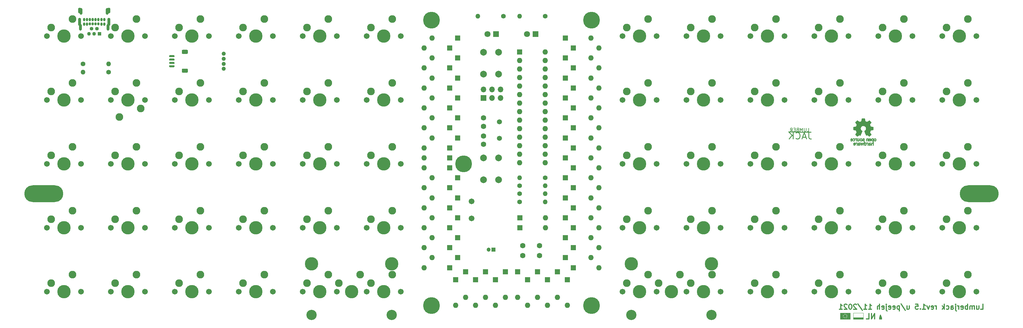
<source format=gbr>
G04 #@! TF.GenerationSoftware,KiCad,Pcbnew,5.1.7*
G04 #@! TF.CreationDate,2021-12-02T00:24:54+07:00*
G04 #@! TF.ProjectId,lumberjack,6c756d62-6572-46a6-9163-6b2e6b696361,1.5*
G04 #@! TF.SameCoordinates,Original*
G04 #@! TF.FileFunction,Soldermask,Bot*
G04 #@! TF.FilePolarity,Negative*
%FSLAX46Y46*%
G04 Gerber Fmt 4.6, Leading zero omitted, Abs format (unit mm)*
G04 Created by KiCad (PCBNEW 5.1.7) date 2021-12-02 00:24:54*
%MOMM*%
%LPD*%
G01*
G04 APERTURE LIST*
%ADD10C,0.300000*%
%ADD11C,0.250000*%
%ADD12C,0.150000*%
%ADD13C,0.010000*%
%ADD14C,0.120000*%
%ADD15C,0.500000*%
%ADD16C,0.160000*%
%ADD17C,0.100000*%
%ADD18C,2.286000*%
%ADD19C,3.987800*%
%ADD20C,1.701800*%
%ADD21C,1.100000*%
%ADD22O,1.100000X1.100000*%
%ADD23R,1.100000X1.100000*%
%ADD24O,0.850000X2.000000*%
%ADD25O,0.900000X1.700000*%
%ADD26O,0.900000X2.400000*%
%ADD27O,0.700000X1.000000*%
%ADD28O,0.700000X0.900000*%
%ADD29O,1.400000X1.400000*%
%ADD30C,1.400000*%
%ADD31C,1.710000*%
%ADD32R,1.600000X1.600000*%
%ADD33O,1.600000X1.600000*%
%ADD34C,5.000000*%
%ADD35O,11.600000X5.000000*%
%ADD36R,1.200000X1.200000*%
%ADD37C,1.200000*%
%ADD38C,1.600000*%
%ADD39R,1.700000X1.700000*%
%ADD40O,1.700000X1.700000*%
%ADD41R,1.800000X1.800000*%
%ADD42C,1.800000*%
%ADD43C,2.000000*%
%ADD44C,1.500000*%
%ADD45C,3.048000*%
%ADD46C,1.244600*%
G04 APERTURE END LIST*
D10*
X292103571Y-145712571D02*
X292817857Y-145712571D01*
X292817857Y-144212571D01*
X290960714Y-144712571D02*
X290960714Y-145712571D01*
X291603571Y-144712571D02*
X291603571Y-145498285D01*
X291532142Y-145641142D01*
X291389285Y-145712571D01*
X291175000Y-145712571D01*
X291032142Y-145641142D01*
X290960714Y-145569714D01*
X290246428Y-145712571D02*
X290246428Y-144712571D01*
X290246428Y-144855428D02*
X290175000Y-144784000D01*
X290032142Y-144712571D01*
X289817857Y-144712571D01*
X289675000Y-144784000D01*
X289603571Y-144926857D01*
X289603571Y-145712571D01*
X289603571Y-144926857D02*
X289532142Y-144784000D01*
X289389285Y-144712571D01*
X289175000Y-144712571D01*
X289032142Y-144784000D01*
X288960714Y-144926857D01*
X288960714Y-145712571D01*
X288246428Y-145712571D02*
X288246428Y-144212571D01*
X288246428Y-144784000D02*
X288103571Y-144712571D01*
X287817857Y-144712571D01*
X287675000Y-144784000D01*
X287603571Y-144855428D01*
X287532142Y-144998285D01*
X287532142Y-145426857D01*
X287603571Y-145569714D01*
X287675000Y-145641142D01*
X287817857Y-145712571D01*
X288103571Y-145712571D01*
X288246428Y-145641142D01*
X286317857Y-145641142D02*
X286460714Y-145712571D01*
X286746428Y-145712571D01*
X286889285Y-145641142D01*
X286960714Y-145498285D01*
X286960714Y-144926857D01*
X286889285Y-144784000D01*
X286746428Y-144712571D01*
X286460714Y-144712571D01*
X286317857Y-144784000D01*
X286246428Y-144926857D01*
X286246428Y-145069714D01*
X286960714Y-145212571D01*
X285603571Y-145712571D02*
X285603571Y-144712571D01*
X285603571Y-144998285D02*
X285532142Y-144855428D01*
X285460714Y-144784000D01*
X285317857Y-144712571D01*
X285175000Y-144712571D01*
X284675000Y-144712571D02*
X284675000Y-145998285D01*
X284746428Y-146141142D01*
X284889285Y-146212571D01*
X284960714Y-146212571D01*
X284675000Y-144212571D02*
X284746428Y-144284000D01*
X284675000Y-144355428D01*
X284603571Y-144284000D01*
X284675000Y-144212571D01*
X284675000Y-144355428D01*
X283317857Y-145712571D02*
X283317857Y-144926857D01*
X283389285Y-144784000D01*
X283532142Y-144712571D01*
X283817857Y-144712571D01*
X283960714Y-144784000D01*
X283317857Y-145641142D02*
X283460714Y-145712571D01*
X283817857Y-145712571D01*
X283960714Y-145641142D01*
X284032142Y-145498285D01*
X284032142Y-145355428D01*
X283960714Y-145212571D01*
X283817857Y-145141142D01*
X283460714Y-145141142D01*
X283317857Y-145069714D01*
X281960714Y-145641142D02*
X282103571Y-145712571D01*
X282389285Y-145712571D01*
X282532142Y-145641142D01*
X282603571Y-145569714D01*
X282675000Y-145426857D01*
X282675000Y-144998285D01*
X282603571Y-144855428D01*
X282532142Y-144784000D01*
X282389285Y-144712571D01*
X282103571Y-144712571D01*
X281960714Y-144784000D01*
X281317857Y-145712571D02*
X281317857Y-144212571D01*
X281175000Y-145141142D02*
X280746428Y-145712571D01*
X280746428Y-144712571D02*
X281317857Y-145284000D01*
X278960714Y-145712571D02*
X278960714Y-144712571D01*
X278960714Y-144998285D02*
X278889285Y-144855428D01*
X278817857Y-144784000D01*
X278675000Y-144712571D01*
X278532142Y-144712571D01*
X277460714Y-145641142D02*
X277603571Y-145712571D01*
X277889285Y-145712571D01*
X278032142Y-145641142D01*
X278103571Y-145498285D01*
X278103571Y-144926857D01*
X278032142Y-144784000D01*
X277889285Y-144712571D01*
X277603571Y-144712571D01*
X277460714Y-144784000D01*
X277389285Y-144926857D01*
X277389285Y-145069714D01*
X278103571Y-145212571D01*
X276889285Y-144712571D02*
X276532142Y-145712571D01*
X276175000Y-144712571D01*
X274817857Y-145712571D02*
X275675000Y-145712571D01*
X275246428Y-145712571D02*
X275246428Y-144212571D01*
X275389285Y-144426857D01*
X275532142Y-144569714D01*
X275675000Y-144641142D01*
X274175000Y-145569714D02*
X274103571Y-145641142D01*
X274175000Y-145712571D01*
X274246428Y-145641142D01*
X274175000Y-145569714D01*
X274175000Y-145712571D01*
X272746428Y-144212571D02*
X273460714Y-144212571D01*
X273532142Y-144926857D01*
X273460714Y-144855428D01*
X273317857Y-144784000D01*
X272960714Y-144784000D01*
X272817857Y-144855428D01*
X272746428Y-144926857D01*
X272675000Y-145069714D01*
X272675000Y-145426857D01*
X272746428Y-145569714D01*
X272817857Y-145641142D01*
X272960714Y-145712571D01*
X273317857Y-145712571D01*
X273460714Y-145641142D01*
X273532142Y-145569714D01*
X270246428Y-144712571D02*
X270246428Y-145712571D01*
X270889285Y-144712571D02*
X270889285Y-145498285D01*
X270817857Y-145641142D01*
X270675000Y-145712571D01*
X270460714Y-145712571D01*
X270317857Y-145641142D01*
X270246428Y-145569714D01*
X268460714Y-144141142D02*
X269746428Y-146069714D01*
X267960714Y-144712571D02*
X267960714Y-146212571D01*
X267960714Y-144784000D02*
X267817857Y-144712571D01*
X267532142Y-144712571D01*
X267389285Y-144784000D01*
X267317857Y-144855428D01*
X267246428Y-144998285D01*
X267246428Y-145426857D01*
X267317857Y-145569714D01*
X267389285Y-145641142D01*
X267532142Y-145712571D01*
X267817857Y-145712571D01*
X267960714Y-145641142D01*
X266032142Y-145641142D02*
X266175000Y-145712571D01*
X266460714Y-145712571D01*
X266603571Y-145641142D01*
X266675000Y-145498285D01*
X266675000Y-144926857D01*
X266603571Y-144784000D01*
X266460714Y-144712571D01*
X266175000Y-144712571D01*
X266032142Y-144784000D01*
X265960714Y-144926857D01*
X265960714Y-145069714D01*
X266675000Y-145212571D01*
X264746428Y-145641142D02*
X264889285Y-145712571D01*
X265175000Y-145712571D01*
X265317857Y-145641142D01*
X265389285Y-145498285D01*
X265389285Y-144926857D01*
X265317857Y-144784000D01*
X265175000Y-144712571D01*
X264889285Y-144712571D01*
X264746428Y-144784000D01*
X264675000Y-144926857D01*
X264675000Y-145069714D01*
X265389285Y-145212571D01*
X264032142Y-144712571D02*
X264032142Y-145998285D01*
X264103571Y-146141142D01*
X264246428Y-146212571D01*
X264317857Y-146212571D01*
X264032142Y-144212571D02*
X264103571Y-144284000D01*
X264032142Y-144355428D01*
X263960714Y-144284000D01*
X264032142Y-144212571D01*
X264032142Y-144355428D01*
X262746428Y-145641142D02*
X262889285Y-145712571D01*
X263175000Y-145712571D01*
X263317857Y-145641142D01*
X263389285Y-145498285D01*
X263389285Y-144926857D01*
X263317857Y-144784000D01*
X263175000Y-144712571D01*
X262889285Y-144712571D01*
X262746428Y-144784000D01*
X262675000Y-144926857D01*
X262675000Y-145069714D01*
X263389285Y-145212571D01*
X262032142Y-145712571D02*
X262032142Y-144212571D01*
X261389285Y-145712571D02*
X261389285Y-144926857D01*
X261460714Y-144784000D01*
X261603571Y-144712571D01*
X261817857Y-144712571D01*
X261960714Y-144784000D01*
X262032142Y-144855428D01*
X258746428Y-145712571D02*
X259603571Y-145712571D01*
X259175000Y-145712571D02*
X259175000Y-144212571D01*
X259317857Y-144426857D01*
X259460714Y-144569714D01*
X259603571Y-144641142D01*
X257317857Y-145712571D02*
X258175000Y-145712571D01*
X257746428Y-145712571D02*
X257746428Y-144212571D01*
X257889285Y-144426857D01*
X258032142Y-144569714D01*
X258175000Y-144641142D01*
X255603571Y-144141142D02*
X256889285Y-146069714D01*
X255175000Y-144355428D02*
X255103571Y-144284000D01*
X254960714Y-144212571D01*
X254603571Y-144212571D01*
X254460714Y-144284000D01*
X254389285Y-144355428D01*
X254317857Y-144498285D01*
X254317857Y-144641142D01*
X254389285Y-144855428D01*
X255246428Y-145712571D01*
X254317857Y-145712571D01*
X253389285Y-144212571D02*
X253246428Y-144212571D01*
X253103571Y-144284000D01*
X253032142Y-144355428D01*
X252960714Y-144498285D01*
X252889285Y-144784000D01*
X252889285Y-145141142D01*
X252960714Y-145426857D01*
X253032142Y-145569714D01*
X253103571Y-145641142D01*
X253246428Y-145712571D01*
X253389285Y-145712571D01*
X253532142Y-145641142D01*
X253603571Y-145569714D01*
X253675000Y-145426857D01*
X253746428Y-145141142D01*
X253746428Y-144784000D01*
X253675000Y-144498285D01*
X253603571Y-144355428D01*
X253532142Y-144284000D01*
X253389285Y-144212571D01*
X252317857Y-144355428D02*
X252246428Y-144284000D01*
X252103571Y-144212571D01*
X251746428Y-144212571D01*
X251603571Y-144284000D01*
X251532142Y-144355428D01*
X251460714Y-144498285D01*
X251460714Y-144641142D01*
X251532142Y-144855428D01*
X252389285Y-145712571D01*
X251460714Y-145712571D01*
X250032142Y-145712571D02*
X250889285Y-145712571D01*
X250460714Y-145712571D02*
X250460714Y-144212571D01*
X250603571Y-144426857D01*
X250746428Y-144569714D01*
X250889285Y-144641142D01*
D11*
X240886428Y-92973511D02*
X240886428Y-94402083D01*
X240981666Y-94687797D01*
X241172142Y-94878273D01*
X241457857Y-94973511D01*
X241648333Y-94973511D01*
X240029285Y-94402083D02*
X239076904Y-94402083D01*
X240219761Y-94973511D02*
X239553095Y-92973511D01*
X238886428Y-94973511D01*
X237076904Y-94783035D02*
X237172142Y-94878273D01*
X237457857Y-94973511D01*
X237648333Y-94973511D01*
X237934047Y-94878273D01*
X238124523Y-94687797D01*
X238219761Y-94497321D01*
X238315000Y-94116369D01*
X238315000Y-93830654D01*
X238219761Y-93449702D01*
X238124523Y-93259226D01*
X237934047Y-93068750D01*
X237648333Y-92973511D01*
X237457857Y-92973511D01*
X237172142Y-93068750D01*
X237076904Y-93163988D01*
X236219761Y-94973511D02*
X236219761Y-92973511D01*
X235076904Y-94973511D02*
X235934047Y-93830654D01*
X235076904Y-92973511D02*
X236219761Y-94116369D01*
D12*
X240463095Y-92721130D02*
X240939285Y-92721130D01*
X240939285Y-91721130D01*
X240129761Y-91721130D02*
X240129761Y-92530654D01*
X240082142Y-92625892D01*
X240034523Y-92673511D01*
X239939285Y-92721130D01*
X239748809Y-92721130D01*
X239653571Y-92673511D01*
X239605952Y-92625892D01*
X239558333Y-92530654D01*
X239558333Y-91721130D01*
X239082142Y-92721130D02*
X239082142Y-91721130D01*
X238748809Y-92435416D01*
X238415476Y-91721130D01*
X238415476Y-92721130D01*
X237605952Y-92197321D02*
X237463095Y-92244940D01*
X237415476Y-92292559D01*
X237367857Y-92387797D01*
X237367857Y-92530654D01*
X237415476Y-92625892D01*
X237463095Y-92673511D01*
X237558333Y-92721130D01*
X237939285Y-92721130D01*
X237939285Y-91721130D01*
X237605952Y-91721130D01*
X237510714Y-91768750D01*
X237463095Y-91816369D01*
X237415476Y-91911607D01*
X237415476Y-92006845D01*
X237463095Y-92102083D01*
X237510714Y-92149702D01*
X237605952Y-92197321D01*
X237939285Y-92197321D01*
X236939285Y-92197321D02*
X236605952Y-92197321D01*
X236463095Y-92721130D02*
X236939285Y-92721130D01*
X236939285Y-91721130D01*
X236463095Y-91721130D01*
X235463095Y-92721130D02*
X235796428Y-92244940D01*
X236034523Y-92721130D02*
X236034523Y-91721130D01*
X235653571Y-91721130D01*
X235558333Y-91768750D01*
X235510714Y-91816369D01*
X235463095Y-91911607D01*
X235463095Y-92054464D01*
X235510714Y-92149702D01*
X235558333Y-92197321D01*
X235653571Y-92244940D01*
X236034523Y-92244940D01*
D10*
X260582761Y-148597809D02*
X260582761Y-146997809D01*
X259668476Y-148597809D01*
X259668476Y-146997809D01*
X258144666Y-148597809D02*
X258906571Y-148597809D01*
X258906571Y-146997809D01*
D11*
X241625000Y-92878750D02*
X234925000Y-92868750D01*
D13*
G36*
X259711640Y-94821218D02*
G01*
X259676408Y-94838624D01*
X259632960Y-94868956D01*
X259601294Y-94902033D01*
X259579606Y-94943567D01*
X259566097Y-94999272D01*
X259558962Y-95074861D01*
X259556400Y-95176046D01*
X259556250Y-95219547D01*
X259556688Y-95314885D01*
X259558504Y-95383021D01*
X259562455Y-95430168D01*
X259569298Y-95462540D01*
X259579789Y-95486350D01*
X259590704Y-95502593D01*
X259660381Y-95571702D01*
X259742434Y-95613271D01*
X259830950Y-95625773D01*
X259920019Y-95607684D01*
X259948237Y-95594892D01*
X260015790Y-95559681D01*
X260015790Y-96111450D01*
X259966488Y-96085955D01*
X259901527Y-96066230D01*
X259821680Y-96061177D01*
X259741948Y-96070506D01*
X259681735Y-96091464D01*
X259631792Y-96131377D01*
X259589119Y-96188491D01*
X259585910Y-96194355D01*
X259572378Y-96221977D01*
X259562495Y-96249818D01*
X259555691Y-96283544D01*
X259551399Y-96328821D01*
X259549049Y-96391312D01*
X259548072Y-96476685D01*
X259547895Y-96572760D01*
X259547895Y-96879276D01*
X259731711Y-96879276D01*
X259731711Y-96314089D01*
X259783125Y-96270827D01*
X259836534Y-96236222D01*
X259887112Y-96229930D01*
X259937970Y-96246122D01*
X259965075Y-96261977D01*
X259985249Y-96284560D01*
X259999597Y-96318690D01*
X260009224Y-96369184D01*
X260015237Y-96440861D01*
X260018740Y-96538538D01*
X260019974Y-96603552D01*
X260024145Y-96870921D01*
X260111875Y-96875972D01*
X260199606Y-96881023D01*
X260199606Y-95221851D01*
X260015790Y-95221851D01*
X260011104Y-95314350D01*
X259995312Y-95378559D01*
X259965817Y-95418509D01*
X259920020Y-95438230D01*
X259873750Y-95442171D01*
X259821372Y-95437642D01*
X259786610Y-95419819D01*
X259764872Y-95396269D01*
X259747760Y-95370939D01*
X259737573Y-95342719D01*
X259733040Y-95303181D01*
X259732891Y-95243892D01*
X259734416Y-95194248D01*
X259737919Y-95119460D01*
X259743133Y-95070361D01*
X259751913Y-95039217D01*
X259766114Y-95018295D01*
X259779516Y-95006202D01*
X259835513Y-94979831D01*
X259901789Y-94975572D01*
X259939844Y-94984656D01*
X259977523Y-95016946D01*
X260002481Y-95079756D01*
X260014578Y-95172644D01*
X260015790Y-95221851D01*
X260199606Y-95221851D01*
X260199606Y-94807171D01*
X260107698Y-94807171D01*
X260052517Y-94809353D01*
X260024048Y-94817101D01*
X260015794Y-94832218D01*
X260015790Y-94832666D01*
X260011960Y-94847470D01*
X259995067Y-94845789D01*
X259961481Y-94829522D01*
X259883222Y-94804637D01*
X259795173Y-94802021D01*
X259711640Y-94821218D01*
G37*
X259711640Y-94821218D02*
X259676408Y-94838624D01*
X259632960Y-94868956D01*
X259601294Y-94902033D01*
X259579606Y-94943567D01*
X259566097Y-94999272D01*
X259558962Y-95074861D01*
X259556400Y-95176046D01*
X259556250Y-95219547D01*
X259556688Y-95314885D01*
X259558504Y-95383021D01*
X259562455Y-95430168D01*
X259569298Y-95462540D01*
X259579789Y-95486350D01*
X259590704Y-95502593D01*
X259660381Y-95571702D01*
X259742434Y-95613271D01*
X259830950Y-95625773D01*
X259920019Y-95607684D01*
X259948237Y-95594892D01*
X260015790Y-95559681D01*
X260015790Y-96111450D01*
X259966488Y-96085955D01*
X259901527Y-96066230D01*
X259821680Y-96061177D01*
X259741948Y-96070506D01*
X259681735Y-96091464D01*
X259631792Y-96131377D01*
X259589119Y-96188491D01*
X259585910Y-96194355D01*
X259572378Y-96221977D01*
X259562495Y-96249818D01*
X259555691Y-96283544D01*
X259551399Y-96328821D01*
X259549049Y-96391312D01*
X259548072Y-96476685D01*
X259547895Y-96572760D01*
X259547895Y-96879276D01*
X259731711Y-96879276D01*
X259731711Y-96314089D01*
X259783125Y-96270827D01*
X259836534Y-96236222D01*
X259887112Y-96229930D01*
X259937970Y-96246122D01*
X259965075Y-96261977D01*
X259985249Y-96284560D01*
X259999597Y-96318690D01*
X260009224Y-96369184D01*
X260015237Y-96440861D01*
X260018740Y-96538538D01*
X260019974Y-96603552D01*
X260024145Y-96870921D01*
X260111875Y-96875972D01*
X260199606Y-96881023D01*
X260199606Y-95221851D01*
X260015790Y-95221851D01*
X260011104Y-95314350D01*
X259995312Y-95378559D01*
X259965817Y-95418509D01*
X259920020Y-95438230D01*
X259873750Y-95442171D01*
X259821372Y-95437642D01*
X259786610Y-95419819D01*
X259764872Y-95396269D01*
X259747760Y-95370939D01*
X259737573Y-95342719D01*
X259733040Y-95303181D01*
X259732891Y-95243892D01*
X259734416Y-95194248D01*
X259737919Y-95119460D01*
X259743133Y-95070361D01*
X259751913Y-95039217D01*
X259766114Y-95018295D01*
X259779516Y-95006202D01*
X259835513Y-94979831D01*
X259901789Y-94975572D01*
X259939844Y-94984656D01*
X259977523Y-95016946D01*
X260002481Y-95079756D01*
X260014578Y-95172644D01*
X260015790Y-95221851D01*
X260199606Y-95221851D01*
X260199606Y-94807171D01*
X260107698Y-94807171D01*
X260052517Y-94809353D01*
X260024048Y-94817101D01*
X260015794Y-94832218D01*
X260015790Y-94832666D01*
X260011960Y-94847470D01*
X259995067Y-94845789D01*
X259961481Y-94829522D01*
X259883222Y-94804637D01*
X259795173Y-94802021D01*
X259711640Y-94821218D01*
G36*
X259014543Y-96066934D02*
G01*
X258935930Y-96087910D01*
X258876084Y-96125930D01*
X258833853Y-96175728D01*
X258820725Y-96196980D01*
X258811032Y-96219242D01*
X258804256Y-96247720D01*
X258799877Y-96287621D01*
X258797376Y-96344151D01*
X258796232Y-96422517D01*
X258795928Y-96527926D01*
X258795922Y-96555892D01*
X258795922Y-96879276D01*
X258876132Y-96879276D01*
X258927294Y-96875693D01*
X258965123Y-96866616D01*
X258974601Y-96861018D01*
X259000512Y-96851356D01*
X259026976Y-96861018D01*
X259070548Y-96873080D01*
X259133840Y-96877935D01*
X259203990Y-96875828D01*
X259268140Y-96867006D01*
X259305593Y-96855687D01*
X259378067Y-96809162D01*
X259423360Y-96744596D01*
X259443722Y-96658750D01*
X259443912Y-96656546D01*
X259442125Y-96618463D01*
X259280527Y-96618463D01*
X259266399Y-96661780D01*
X259243388Y-96686158D01*
X259197196Y-96704595D01*
X259136225Y-96711955D01*
X259074051Y-96708333D01*
X259024249Y-96693824D01*
X259010297Y-96684515D01*
X258985915Y-96641503D01*
X258979737Y-96592607D01*
X258979737Y-96528355D01*
X259072182Y-96528355D01*
X259160005Y-96535116D01*
X259226582Y-96554270D01*
X259267998Y-96584126D01*
X259280527Y-96618463D01*
X259442125Y-96618463D01*
X259439510Y-96562754D01*
X259408576Y-96488597D01*
X259350419Y-96432517D01*
X259342380Y-96427415D01*
X259307837Y-96410805D01*
X259265082Y-96400746D01*
X259205314Y-96395857D01*
X259134310Y-96394733D01*
X258979737Y-96394671D01*
X258979737Y-96329875D01*
X258986294Y-96279600D01*
X259003025Y-96245919D01*
X259004984Y-96244126D01*
X259042217Y-96229392D01*
X259098420Y-96223681D01*
X259160533Y-96226487D01*
X259215490Y-96237306D01*
X259248101Y-96253532D01*
X259265772Y-96266530D01*
X259284431Y-96269012D01*
X259310181Y-96258363D01*
X259349127Y-96231968D01*
X259407370Y-96187215D01*
X259412716Y-96183023D01*
X259409977Y-96167510D01*
X259387124Y-96141710D01*
X259352391Y-96113039D01*
X259314010Y-96088916D01*
X259301952Y-96083220D01*
X259257966Y-96071853D01*
X259193513Y-96063745D01*
X259121503Y-96060493D01*
X259118136Y-96060486D01*
X259014543Y-96066934D01*
G37*
X259014543Y-96066934D02*
X258935930Y-96087910D01*
X258876084Y-96125930D01*
X258833853Y-96175728D01*
X258820725Y-96196980D01*
X258811032Y-96219242D01*
X258804256Y-96247720D01*
X258799877Y-96287621D01*
X258797376Y-96344151D01*
X258796232Y-96422517D01*
X258795928Y-96527926D01*
X258795922Y-96555892D01*
X258795922Y-96879276D01*
X258876132Y-96879276D01*
X258927294Y-96875693D01*
X258965123Y-96866616D01*
X258974601Y-96861018D01*
X259000512Y-96851356D01*
X259026976Y-96861018D01*
X259070548Y-96873080D01*
X259133840Y-96877935D01*
X259203990Y-96875828D01*
X259268140Y-96867006D01*
X259305593Y-96855687D01*
X259378067Y-96809162D01*
X259423360Y-96744596D01*
X259443722Y-96658750D01*
X259443912Y-96656546D01*
X259442125Y-96618463D01*
X259280527Y-96618463D01*
X259266399Y-96661780D01*
X259243388Y-96686158D01*
X259197196Y-96704595D01*
X259136225Y-96711955D01*
X259074051Y-96708333D01*
X259024249Y-96693824D01*
X259010297Y-96684515D01*
X258985915Y-96641503D01*
X258979737Y-96592607D01*
X258979737Y-96528355D01*
X259072182Y-96528355D01*
X259160005Y-96535116D01*
X259226582Y-96554270D01*
X259267998Y-96584126D01*
X259280527Y-96618463D01*
X259442125Y-96618463D01*
X259439510Y-96562754D01*
X259408576Y-96488597D01*
X259350419Y-96432517D01*
X259342380Y-96427415D01*
X259307837Y-96410805D01*
X259265082Y-96400746D01*
X259205314Y-96395857D01*
X259134310Y-96394733D01*
X258979737Y-96394671D01*
X258979737Y-96329875D01*
X258986294Y-96279600D01*
X259003025Y-96245919D01*
X259004984Y-96244126D01*
X259042217Y-96229392D01*
X259098420Y-96223681D01*
X259160533Y-96226487D01*
X259215490Y-96237306D01*
X259248101Y-96253532D01*
X259265772Y-96266530D01*
X259284431Y-96269012D01*
X259310181Y-96258363D01*
X259349127Y-96231968D01*
X259407370Y-96187215D01*
X259412716Y-96183023D01*
X259409977Y-96167510D01*
X259387124Y-96141710D01*
X259352391Y-96113039D01*
X259314010Y-96088916D01*
X259301952Y-96083220D01*
X259257966Y-96071853D01*
X259193513Y-96063745D01*
X259121503Y-96060493D01*
X259118136Y-96060486D01*
X259014543Y-96066934D01*
G36*
X258495119Y-96062236D02*
G01*
X258470112Y-96069732D01*
X258462050Y-96086201D01*
X258461711Y-96093636D01*
X258460264Y-96114344D01*
X258450302Y-96117595D01*
X258423388Y-96103398D01*
X258407402Y-96093698D01*
X258356967Y-96072925D01*
X258296728Y-96062654D01*
X258233566Y-96061864D01*
X258174363Y-96069536D01*
X258125998Y-96084648D01*
X258095354Y-96106182D01*
X258089311Y-96133116D01*
X258092361Y-96140410D01*
X258114594Y-96170687D01*
X258149070Y-96207925D01*
X258155306Y-96213945D01*
X258188167Y-96241625D01*
X258216520Y-96250568D01*
X258256173Y-96244326D01*
X258272058Y-96240179D01*
X258321491Y-96230217D01*
X258356248Y-96234697D01*
X258385600Y-96250496D01*
X258412487Y-96271699D01*
X258432290Y-96298364D01*
X258446052Y-96335577D01*
X258454816Y-96388423D01*
X258459626Y-96461987D01*
X258461526Y-96561355D01*
X258461711Y-96621351D01*
X258461711Y-96879276D01*
X258628816Y-96879276D01*
X258628816Y-96060460D01*
X258545264Y-96060460D01*
X258495119Y-96062236D01*
G37*
X258495119Y-96062236D02*
X258470112Y-96069732D01*
X258462050Y-96086201D01*
X258461711Y-96093636D01*
X258460264Y-96114344D01*
X258450302Y-96117595D01*
X258423388Y-96103398D01*
X258407402Y-96093698D01*
X258356967Y-96072925D01*
X258296728Y-96062654D01*
X258233566Y-96061864D01*
X258174363Y-96069536D01*
X258125998Y-96084648D01*
X258095354Y-96106182D01*
X258089311Y-96133116D01*
X258092361Y-96140410D01*
X258114594Y-96170687D01*
X258149070Y-96207925D01*
X258155306Y-96213945D01*
X258188167Y-96241625D01*
X258216520Y-96250568D01*
X258256173Y-96244326D01*
X258272058Y-96240179D01*
X258321491Y-96230217D01*
X258356248Y-96234697D01*
X258385600Y-96250496D01*
X258412487Y-96271699D01*
X258432290Y-96298364D01*
X258446052Y-96335577D01*
X258454816Y-96388423D01*
X258459626Y-96461987D01*
X258461526Y-96561355D01*
X258461711Y-96621351D01*
X258461711Y-96879276D01*
X258628816Y-96879276D01*
X258628816Y-96060460D01*
X258545264Y-96060460D01*
X258495119Y-96062236D01*
G36*
X257442369Y-96879276D02*
G01*
X257534277Y-96879276D01*
X257587623Y-96877712D01*
X257615407Y-96871235D01*
X257625410Y-96857168D01*
X257626185Y-96847656D01*
X257627872Y-96828582D01*
X257638510Y-96824924D01*
X257666465Y-96836682D01*
X257688205Y-96847656D01*
X257771668Y-96873661D01*
X257862396Y-96875166D01*
X257936158Y-96855771D01*
X258004846Y-96808915D01*
X258057206Y-96739754D01*
X258085878Y-96658177D01*
X258086608Y-96653616D01*
X258090868Y-96603851D01*
X258092986Y-96532409D01*
X258092816Y-96478376D01*
X257910280Y-96478376D01*
X257906051Y-96550191D01*
X257896432Y-96609384D01*
X257883410Y-96642810D01*
X257834144Y-96688490D01*
X257775650Y-96704865D01*
X257715329Y-96691623D01*
X257663783Y-96652123D01*
X257644262Y-96625557D01*
X257632848Y-96593856D01*
X257627502Y-96547582D01*
X257626185Y-96478078D01*
X257628542Y-96409249D01*
X257634767Y-96348776D01*
X257643592Y-96308306D01*
X257645063Y-96304679D01*
X257680653Y-96261552D01*
X257732600Y-96237874D01*
X257790722Y-96234051D01*
X257844840Y-96250488D01*
X257884774Y-96287590D01*
X257888917Y-96294972D01*
X257901884Y-96339989D01*
X257908948Y-96404717D01*
X257910280Y-96478376D01*
X258092816Y-96478376D01*
X258092729Y-96450980D01*
X258091528Y-96407155D01*
X258083355Y-96298738D01*
X258066370Y-96217338D01*
X258038113Y-96157162D01*
X257996128Y-96112416D01*
X257955368Y-96086150D01*
X257898419Y-96067685D01*
X257827589Y-96061352D01*
X257755059Y-96066510D01*
X257693014Y-96082519D01*
X257660232Y-96101670D01*
X257626185Y-96132482D01*
X257626185Y-95742960D01*
X257442369Y-95742960D01*
X257442369Y-96879276D01*
G37*
X257442369Y-96879276D02*
X257534277Y-96879276D01*
X257587623Y-96877712D01*
X257615407Y-96871235D01*
X257625410Y-96857168D01*
X257626185Y-96847656D01*
X257627872Y-96828582D01*
X257638510Y-96824924D01*
X257666465Y-96836682D01*
X257688205Y-96847656D01*
X257771668Y-96873661D01*
X257862396Y-96875166D01*
X257936158Y-96855771D01*
X258004846Y-96808915D01*
X258057206Y-96739754D01*
X258085878Y-96658177D01*
X258086608Y-96653616D01*
X258090868Y-96603851D01*
X258092986Y-96532409D01*
X258092816Y-96478376D01*
X257910280Y-96478376D01*
X257906051Y-96550191D01*
X257896432Y-96609384D01*
X257883410Y-96642810D01*
X257834144Y-96688490D01*
X257775650Y-96704865D01*
X257715329Y-96691623D01*
X257663783Y-96652123D01*
X257644262Y-96625557D01*
X257632848Y-96593856D01*
X257627502Y-96547582D01*
X257626185Y-96478078D01*
X257628542Y-96409249D01*
X257634767Y-96348776D01*
X257643592Y-96308306D01*
X257645063Y-96304679D01*
X257680653Y-96261552D01*
X257732600Y-96237874D01*
X257790722Y-96234051D01*
X257844840Y-96250488D01*
X257884774Y-96287590D01*
X257888917Y-96294972D01*
X257901884Y-96339989D01*
X257908948Y-96404717D01*
X257910280Y-96478376D01*
X258092816Y-96478376D01*
X258092729Y-96450980D01*
X258091528Y-96407155D01*
X258083355Y-96298738D01*
X258066370Y-96217338D01*
X258038113Y-96157162D01*
X257996128Y-96112416D01*
X257955368Y-96086150D01*
X257898419Y-96067685D01*
X257827589Y-96061352D01*
X257755059Y-96066510D01*
X257693014Y-96082519D01*
X257660232Y-96101670D01*
X257626185Y-96132482D01*
X257626185Y-95742960D01*
X257442369Y-95742960D01*
X257442369Y-96879276D01*
G36*
X256800870Y-96063854D02*
G01*
X256734780Y-96068816D01*
X256648374Y-96327829D01*
X256561969Y-96586842D01*
X256534876Y-96494934D01*
X256518572Y-96438134D01*
X256497125Y-96361375D01*
X256473965Y-96277001D01*
X256461720Y-96231743D01*
X256415656Y-96060460D01*
X256225613Y-96060460D01*
X256282418Y-96240099D01*
X256310393Y-96328454D01*
X256344187Y-96435031D01*
X256379480Y-96546204D01*
X256410987Y-96645329D01*
X256482750Y-96870921D01*
X256637714Y-96881003D01*
X256679730Y-96742278D01*
X256705641Y-96656101D01*
X256733917Y-96561097D01*
X256758631Y-96477191D01*
X256759606Y-96473852D01*
X256778065Y-96416998D01*
X256794351Y-96378206D01*
X256805758Y-96363537D01*
X256808102Y-96365233D01*
X256816329Y-96387975D01*
X256831962Y-96436690D01*
X256853096Y-96505252D01*
X256877830Y-96587535D01*
X256891213Y-96632796D01*
X256963689Y-96879276D01*
X257117505Y-96879276D01*
X257240469Y-96490756D01*
X257275012Y-96381772D01*
X257306479Y-96282798D01*
X257333384Y-96198486D01*
X257354241Y-96133484D01*
X257367562Y-96092442D01*
X257371612Y-96080451D01*
X257368406Y-96068173D01*
X257343235Y-96062796D01*
X257290854Y-96063334D01*
X257282655Y-96063740D01*
X257185518Y-96068816D01*
X257121900Y-96302763D01*
X257098516Y-96388083D01*
X257077619Y-96463085D01*
X257061049Y-96521257D01*
X257050646Y-96556087D01*
X257048724Y-96561766D01*
X257040759Y-96555236D01*
X257024696Y-96521404D01*
X257002379Y-96464877D01*
X256975655Y-96390260D01*
X256953063Y-96322857D01*
X256866959Y-96058893D01*
X256800870Y-96063854D01*
G37*
X256800870Y-96063854D02*
X256734780Y-96068816D01*
X256648374Y-96327829D01*
X256561969Y-96586842D01*
X256534876Y-96494934D01*
X256518572Y-96438134D01*
X256497125Y-96361375D01*
X256473965Y-96277001D01*
X256461720Y-96231743D01*
X256415656Y-96060460D01*
X256225613Y-96060460D01*
X256282418Y-96240099D01*
X256310393Y-96328454D01*
X256344187Y-96435031D01*
X256379480Y-96546204D01*
X256410987Y-96645329D01*
X256482750Y-96870921D01*
X256637714Y-96881003D01*
X256679730Y-96742278D01*
X256705641Y-96656101D01*
X256733917Y-96561097D01*
X256758631Y-96477191D01*
X256759606Y-96473852D01*
X256778065Y-96416998D01*
X256794351Y-96378206D01*
X256805758Y-96363537D01*
X256808102Y-96365233D01*
X256816329Y-96387975D01*
X256831962Y-96436690D01*
X256853096Y-96505252D01*
X256877830Y-96587535D01*
X256891213Y-96632796D01*
X256963689Y-96879276D01*
X257117505Y-96879276D01*
X257240469Y-96490756D01*
X257275012Y-96381772D01*
X257306479Y-96282798D01*
X257333384Y-96198486D01*
X257354241Y-96133484D01*
X257367562Y-96092442D01*
X257371612Y-96080451D01*
X257368406Y-96068173D01*
X257343235Y-96062796D01*
X257290854Y-96063334D01*
X257282655Y-96063740D01*
X257185518Y-96068816D01*
X257121900Y-96302763D01*
X257098516Y-96388083D01*
X257077619Y-96463085D01*
X257061049Y-96521257D01*
X257050646Y-96556087D01*
X257048724Y-96561766D01*
X257040759Y-96555236D01*
X257024696Y-96521404D01*
X257002379Y-96464877D01*
X256975655Y-96390260D01*
X256953063Y-96322857D01*
X256866959Y-96058893D01*
X256800870Y-96063854D01*
G36*
X255795008Y-96065423D02*
G01*
X255724573Y-96082530D01*
X255704213Y-96091594D01*
X255664747Y-96115333D01*
X255634459Y-96142071D01*
X255612048Y-96176449D01*
X255596214Y-96223110D01*
X255585657Y-96286696D01*
X255579076Y-96371849D01*
X255575172Y-96483212D01*
X255573690Y-96557599D01*
X255568235Y-96879276D01*
X255661420Y-96879276D01*
X255717953Y-96876906D01*
X255747078Y-96868805D01*
X255754606Y-96855201D01*
X255758580Y-96840491D01*
X255776348Y-96843304D01*
X255800560Y-96855098D01*
X255861172Y-96873177D01*
X255939071Y-96878049D01*
X256021005Y-96870080D01*
X256093719Y-96849639D01*
X256100241Y-96846801D01*
X256166698Y-96800115D01*
X256210509Y-96735214D01*
X256230668Y-96659350D01*
X256229128Y-96632094D01*
X256064655Y-96632094D01*
X256050163Y-96668774D01*
X256007195Y-96695059D01*
X255937871Y-96709167D01*
X255900823Y-96711040D01*
X255839081Y-96706244D01*
X255798040Y-96687608D01*
X255788027Y-96678750D01*
X255760900Y-96630556D01*
X255754606Y-96586842D01*
X255754606Y-96528355D01*
X255836070Y-96528355D01*
X255930766Y-96533182D01*
X255997187Y-96548363D01*
X256039154Y-96574950D01*
X256048551Y-96586802D01*
X256064655Y-96632094D01*
X256229128Y-96632094D01*
X256226171Y-96579776D01*
X256196015Y-96503745D01*
X256154869Y-96452362D01*
X256129948Y-96430147D01*
X256105552Y-96415548D01*
X256073809Y-96406647D01*
X256026848Y-96401525D01*
X255956796Y-96398265D01*
X255929010Y-96397327D01*
X255754606Y-96391629D01*
X255754862Y-96338841D01*
X255761616Y-96283353D01*
X255786036Y-96249802D01*
X255835370Y-96228368D01*
X255836694Y-96227986D01*
X255906640Y-96219558D01*
X255975086Y-96230566D01*
X256025953Y-96257335D01*
X256046363Y-96270553D01*
X256068346Y-96268724D01*
X256102174Y-96249574D01*
X256122039Y-96236058D01*
X256160894Y-96207182D01*
X256184962Y-96185536D01*
X256188824Y-96179339D01*
X256172921Y-96147269D01*
X256125935Y-96108969D01*
X256105527Y-96096047D01*
X256046857Y-96073791D01*
X255967788Y-96061182D01*
X255879959Y-96058350D01*
X255795008Y-96065423D01*
G37*
X255795008Y-96065423D02*
X255724573Y-96082530D01*
X255704213Y-96091594D01*
X255664747Y-96115333D01*
X255634459Y-96142071D01*
X255612048Y-96176449D01*
X255596214Y-96223110D01*
X255585657Y-96286696D01*
X255579076Y-96371849D01*
X255575172Y-96483212D01*
X255573690Y-96557599D01*
X255568235Y-96879276D01*
X255661420Y-96879276D01*
X255717953Y-96876906D01*
X255747078Y-96868805D01*
X255754606Y-96855201D01*
X255758580Y-96840491D01*
X255776348Y-96843304D01*
X255800560Y-96855098D01*
X255861172Y-96873177D01*
X255939071Y-96878049D01*
X256021005Y-96870080D01*
X256093719Y-96849639D01*
X256100241Y-96846801D01*
X256166698Y-96800115D01*
X256210509Y-96735214D01*
X256230668Y-96659350D01*
X256229128Y-96632094D01*
X256064655Y-96632094D01*
X256050163Y-96668774D01*
X256007195Y-96695059D01*
X255937871Y-96709167D01*
X255900823Y-96711040D01*
X255839081Y-96706244D01*
X255798040Y-96687608D01*
X255788027Y-96678750D01*
X255760900Y-96630556D01*
X255754606Y-96586842D01*
X255754606Y-96528355D01*
X255836070Y-96528355D01*
X255930766Y-96533182D01*
X255997187Y-96548363D01*
X256039154Y-96574950D01*
X256048551Y-96586802D01*
X256064655Y-96632094D01*
X256229128Y-96632094D01*
X256226171Y-96579776D01*
X256196015Y-96503745D01*
X256154869Y-96452362D01*
X256129948Y-96430147D01*
X256105552Y-96415548D01*
X256073809Y-96406647D01*
X256026848Y-96401525D01*
X255956796Y-96398265D01*
X255929010Y-96397327D01*
X255754606Y-96391629D01*
X255754862Y-96338841D01*
X255761616Y-96283353D01*
X255786036Y-96249802D01*
X255835370Y-96228368D01*
X255836694Y-96227986D01*
X255906640Y-96219558D01*
X255975086Y-96230566D01*
X256025953Y-96257335D01*
X256046363Y-96270553D01*
X256068346Y-96268724D01*
X256102174Y-96249574D01*
X256122039Y-96236058D01*
X256160894Y-96207182D01*
X256184962Y-96185536D01*
X256188824Y-96179339D01*
X256172921Y-96147269D01*
X256125935Y-96108969D01*
X256105527Y-96096047D01*
X256046857Y-96073791D01*
X255967788Y-96061182D01*
X255879959Y-96058350D01*
X255795008Y-96065423D01*
G36*
X255001833Y-96060197D02*
G01*
X254937592Y-96072862D01*
X254901020Y-96091614D01*
X254862547Y-96122767D01*
X254917283Y-96191877D01*
X254951031Y-96233729D01*
X254973947Y-96254148D01*
X254996721Y-96257267D01*
X255030044Y-96247222D01*
X255045686Y-96241539D01*
X255109458Y-96233154D01*
X255167860Y-96251128D01*
X255210736Y-96291732D01*
X255217701Y-96304679D01*
X255225287Y-96338974D01*
X255231141Y-96402177D01*
X255234989Y-96489810D01*
X255236557Y-96597390D01*
X255236579Y-96612694D01*
X255236579Y-96879276D01*
X255420395Y-96879276D01*
X255420395Y-96060460D01*
X255328487Y-96060460D01*
X255275493Y-96061844D01*
X255247885Y-96068002D01*
X255237676Y-96081944D01*
X255236579Y-96095094D01*
X255236579Y-96129728D01*
X255192550Y-96095094D01*
X255142063Y-96071466D01*
X255074240Y-96059783D01*
X255001833Y-96060197D01*
G37*
X255001833Y-96060197D02*
X254937592Y-96072862D01*
X254901020Y-96091614D01*
X254862547Y-96122767D01*
X254917283Y-96191877D01*
X254951031Y-96233729D01*
X254973947Y-96254148D01*
X254996721Y-96257267D01*
X255030044Y-96247222D01*
X255045686Y-96241539D01*
X255109458Y-96233154D01*
X255167860Y-96251128D01*
X255210736Y-96291732D01*
X255217701Y-96304679D01*
X255225287Y-96338974D01*
X255231141Y-96402177D01*
X255234989Y-96489810D01*
X255236557Y-96597390D01*
X255236579Y-96612694D01*
X255236579Y-96879276D01*
X255420395Y-96879276D01*
X255420395Y-96060460D01*
X255328487Y-96060460D01*
X255275493Y-96061844D01*
X255247885Y-96068002D01*
X255237676Y-96081944D01*
X255236579Y-96095094D01*
X255236579Y-96129728D01*
X255192550Y-96095094D01*
X255142063Y-96071466D01*
X255074240Y-96059783D01*
X255001833Y-96060197D01*
G36*
X254473807Y-96064828D02*
G01*
X254393932Y-96085595D01*
X254327038Y-96128455D01*
X254294649Y-96160473D01*
X254241555Y-96236163D01*
X254211127Y-96323966D01*
X254200673Y-96431900D01*
X254200620Y-96440625D01*
X254200527Y-96528355D01*
X254705466Y-96528355D01*
X254694702Y-96574309D01*
X254675268Y-96615928D01*
X254641255Y-96659294D01*
X254634140Y-96666217D01*
X254572997Y-96703685D01*
X254503271Y-96710039D01*
X254423013Y-96685388D01*
X254409408Y-96678750D01*
X254367681Y-96658569D01*
X254339732Y-96647071D01*
X254334855Y-96646008D01*
X254317832Y-96656333D01*
X254285367Y-96681595D01*
X254268886Y-96695400D01*
X254234736Y-96727111D01*
X254223522Y-96748049D01*
X254231305Y-96767310D01*
X254235465Y-96772577D01*
X254263643Y-96795628D01*
X254310138Y-96823642D01*
X254342566Y-96839996D01*
X254434615Y-96868809D01*
X254536524Y-96878145D01*
X254633037Y-96867082D01*
X254660066Y-96859162D01*
X254743724Y-96814331D01*
X254805734Y-96745348D01*
X254846455Y-96651544D01*
X254866245Y-96532248D01*
X254868418Y-96469868D01*
X254862074Y-96379048D01*
X254701843Y-96379048D01*
X254686345Y-96385762D01*
X254644688Y-96391030D01*
X254584124Y-96394139D01*
X254543093Y-96394671D01*
X254469289Y-96394158D01*
X254422707Y-96391756D01*
X254397152Y-96386172D01*
X254386431Y-96376111D01*
X254384343Y-96361513D01*
X254398669Y-96316546D01*
X254434738Y-96272103D01*
X254482185Y-96237992D01*
X254529651Y-96224038D01*
X254594121Y-96236416D01*
X254649930Y-96272202D01*
X254688626Y-96323783D01*
X254701843Y-96379048D01*
X254862074Y-96379048D01*
X254859179Y-96337616D01*
X254830664Y-96232248D01*
X254782271Y-96152928D01*
X254713396Y-96098821D01*
X254623435Y-96069093D01*
X254574700Y-96063368D01*
X254473807Y-96064828D01*
G37*
X254473807Y-96064828D02*
X254393932Y-96085595D01*
X254327038Y-96128455D01*
X254294649Y-96160473D01*
X254241555Y-96236163D01*
X254211127Y-96323966D01*
X254200673Y-96431900D01*
X254200620Y-96440625D01*
X254200527Y-96528355D01*
X254705466Y-96528355D01*
X254694702Y-96574309D01*
X254675268Y-96615928D01*
X254641255Y-96659294D01*
X254634140Y-96666217D01*
X254572997Y-96703685D01*
X254503271Y-96710039D01*
X254423013Y-96685388D01*
X254409408Y-96678750D01*
X254367681Y-96658569D01*
X254339732Y-96647071D01*
X254334855Y-96646008D01*
X254317832Y-96656333D01*
X254285367Y-96681595D01*
X254268886Y-96695400D01*
X254234736Y-96727111D01*
X254223522Y-96748049D01*
X254231305Y-96767310D01*
X254235465Y-96772577D01*
X254263643Y-96795628D01*
X254310138Y-96823642D01*
X254342566Y-96839996D01*
X254434615Y-96868809D01*
X254536524Y-96878145D01*
X254633037Y-96867082D01*
X254660066Y-96859162D01*
X254743724Y-96814331D01*
X254805734Y-96745348D01*
X254846455Y-96651544D01*
X254866245Y-96532248D01*
X254868418Y-96469868D01*
X254862074Y-96379048D01*
X254701843Y-96379048D01*
X254686345Y-96385762D01*
X254644688Y-96391030D01*
X254584124Y-96394139D01*
X254543093Y-96394671D01*
X254469289Y-96394158D01*
X254422707Y-96391756D01*
X254397152Y-96386172D01*
X254386431Y-96376111D01*
X254384343Y-96361513D01*
X254398669Y-96316546D01*
X254434738Y-96272103D01*
X254482185Y-96237992D01*
X254529651Y-96224038D01*
X254594121Y-96236416D01*
X254649930Y-96272202D01*
X254688626Y-96323783D01*
X254701843Y-96379048D01*
X254862074Y-96379048D01*
X254859179Y-96337616D01*
X254830664Y-96232248D01*
X254782271Y-96152928D01*
X254713396Y-96098821D01*
X254623435Y-96069093D01*
X254574700Y-96063368D01*
X254473807Y-96064828D01*
G36*
X260548216Y-94815854D02*
G01*
X260460795Y-94854504D01*
X260394430Y-94919040D01*
X260349024Y-95009562D01*
X260324482Y-95126168D01*
X260322723Y-95144374D01*
X260321344Y-95272734D01*
X260339216Y-95385246D01*
X260375250Y-95476438D01*
X260394545Y-95505772D01*
X260461755Y-95567856D01*
X260547350Y-95608066D01*
X260643110Y-95624753D01*
X260740813Y-95616267D01*
X260815083Y-95590130D01*
X260878953Y-95546085D01*
X260931154Y-95488337D01*
X260932057Y-95486986D01*
X260953256Y-95451343D01*
X260967033Y-95415502D01*
X260975376Y-95370269D01*
X260980273Y-95306451D01*
X260982431Y-95254118D01*
X260983329Y-95206660D01*
X260816257Y-95206660D01*
X260814624Y-95253904D01*
X260808696Y-95316796D01*
X260798239Y-95357157D01*
X260779381Y-95385872D01*
X260761719Y-95402646D01*
X260699106Y-95437766D01*
X260633592Y-95442460D01*
X260572579Y-95417190D01*
X260542072Y-95388874D01*
X260520089Y-95360339D01*
X260507231Y-95333034D01*
X260501588Y-95297500D01*
X260501249Y-95244274D01*
X260502988Y-95195256D01*
X260506729Y-95125232D01*
X260512659Y-95079814D01*
X260523347Y-95050190D01*
X260541361Y-95027547D01*
X260555637Y-95014605D01*
X260615349Y-94980610D01*
X260679766Y-94978915D01*
X260733781Y-94999051D01*
X260779860Y-95041102D01*
X260807311Y-95110178D01*
X260816257Y-95206660D01*
X260983329Y-95206660D01*
X260984401Y-95150049D01*
X260981036Y-95072218D01*
X260970955Y-95013680D01*
X260952774Y-94967487D01*
X260925110Y-94926692D01*
X260914854Y-94914578D01*
X260850722Y-94854224D01*
X260781934Y-94818970D01*
X260697811Y-94804200D01*
X260656791Y-94802993D01*
X260548216Y-94815854D01*
G37*
X260548216Y-94815854D02*
X260460795Y-94854504D01*
X260394430Y-94919040D01*
X260349024Y-95009562D01*
X260324482Y-95126168D01*
X260322723Y-95144374D01*
X260321344Y-95272734D01*
X260339216Y-95385246D01*
X260375250Y-95476438D01*
X260394545Y-95505772D01*
X260461755Y-95567856D01*
X260547350Y-95608066D01*
X260643110Y-95624753D01*
X260740813Y-95616267D01*
X260815083Y-95590130D01*
X260878953Y-95546085D01*
X260931154Y-95488337D01*
X260932057Y-95486986D01*
X260953256Y-95451343D01*
X260967033Y-95415502D01*
X260975376Y-95370269D01*
X260980273Y-95306451D01*
X260982431Y-95254118D01*
X260983329Y-95206660D01*
X260816257Y-95206660D01*
X260814624Y-95253904D01*
X260808696Y-95316796D01*
X260798239Y-95357157D01*
X260779381Y-95385872D01*
X260761719Y-95402646D01*
X260699106Y-95437766D01*
X260633592Y-95442460D01*
X260572579Y-95417190D01*
X260542072Y-95388874D01*
X260520089Y-95360339D01*
X260507231Y-95333034D01*
X260501588Y-95297500D01*
X260501249Y-95244274D01*
X260502988Y-95195256D01*
X260506729Y-95125232D01*
X260512659Y-95079814D01*
X260523347Y-95050190D01*
X260541361Y-95027547D01*
X260555637Y-95014605D01*
X260615349Y-94980610D01*
X260679766Y-94978915D01*
X260733781Y-94999051D01*
X260779860Y-95041102D01*
X260807311Y-95110178D01*
X260816257Y-95206660D01*
X260983329Y-95206660D01*
X260984401Y-95150049D01*
X260981036Y-95072218D01*
X260970955Y-95013680D01*
X260952774Y-94967487D01*
X260925110Y-94926692D01*
X260914854Y-94914578D01*
X260850722Y-94854224D01*
X260781934Y-94818970D01*
X260697811Y-94804200D01*
X260656791Y-94802993D01*
X260548216Y-94815854D01*
G36*
X258977982Y-94825777D02*
G01*
X258961330Y-94833616D01*
X258903695Y-94875836D01*
X258849195Y-94937450D01*
X258808501Y-95005293D01*
X258796926Y-95036484D01*
X258786366Y-95092199D01*
X258780069Y-95159531D01*
X258779304Y-95187335D01*
X258779211Y-95275066D01*
X259284150Y-95275066D01*
X259273387Y-95321020D01*
X259246967Y-95375370D01*
X259200778Y-95422341D01*
X259145828Y-95452598D01*
X259110811Y-95458881D01*
X259063323Y-95451256D01*
X259006665Y-95432133D01*
X258987418Y-95423334D01*
X258916241Y-95387786D01*
X258855498Y-95434117D01*
X258820448Y-95465453D01*
X258801798Y-95491317D01*
X258800853Y-95498908D01*
X258817515Y-95517306D01*
X258854030Y-95545265D01*
X258887172Y-95567077D01*
X258976607Y-95606287D01*
X259076871Y-95624035D01*
X259176246Y-95619420D01*
X259255461Y-95595301D01*
X259337120Y-95543634D01*
X259395151Y-95475606D01*
X259431454Y-95387593D01*
X259447928Y-95275966D01*
X259449389Y-95224888D01*
X259443543Y-95107841D01*
X259442825Y-95104436D01*
X259275511Y-95104436D01*
X259270903Y-95115412D01*
X259251964Y-95121465D01*
X259212902Y-95124060D01*
X259147923Y-95124660D01*
X259122903Y-95124671D01*
X259046779Y-95123764D01*
X258998504Y-95120470D01*
X258972540Y-95113931D01*
X258963352Y-95103287D01*
X258963027Y-95099869D01*
X258973513Y-95072706D01*
X258999758Y-95034653D01*
X259011041Y-95021329D01*
X259052928Y-94983646D01*
X259096591Y-94968830D01*
X259120115Y-94967592D01*
X259183757Y-94983079D01*
X259237127Y-95024680D01*
X259270981Y-95085103D01*
X259271581Y-95087072D01*
X259275511Y-95104436D01*
X259442825Y-95104436D01*
X259424101Y-95015678D01*
X259389078Y-94941940D01*
X259346244Y-94889598D01*
X259267052Y-94832842D01*
X259173960Y-94802512D01*
X259074945Y-94799771D01*
X258977982Y-94825777D01*
G37*
X258977982Y-94825777D02*
X258961330Y-94833616D01*
X258903695Y-94875836D01*
X258849195Y-94937450D01*
X258808501Y-95005293D01*
X258796926Y-95036484D01*
X258786366Y-95092199D01*
X258780069Y-95159531D01*
X258779304Y-95187335D01*
X258779211Y-95275066D01*
X259284150Y-95275066D01*
X259273387Y-95321020D01*
X259246967Y-95375370D01*
X259200778Y-95422341D01*
X259145828Y-95452598D01*
X259110811Y-95458881D01*
X259063323Y-95451256D01*
X259006665Y-95432133D01*
X258987418Y-95423334D01*
X258916241Y-95387786D01*
X258855498Y-95434117D01*
X258820448Y-95465453D01*
X258801798Y-95491317D01*
X258800853Y-95498908D01*
X258817515Y-95517306D01*
X258854030Y-95545265D01*
X258887172Y-95567077D01*
X258976607Y-95606287D01*
X259076871Y-95624035D01*
X259176246Y-95619420D01*
X259255461Y-95595301D01*
X259337120Y-95543634D01*
X259395151Y-95475606D01*
X259431454Y-95387593D01*
X259447928Y-95275966D01*
X259449389Y-95224888D01*
X259443543Y-95107841D01*
X259442825Y-95104436D01*
X259275511Y-95104436D01*
X259270903Y-95115412D01*
X259251964Y-95121465D01*
X259212902Y-95124060D01*
X259147923Y-95124660D01*
X259122903Y-95124671D01*
X259046779Y-95123764D01*
X258998504Y-95120470D01*
X258972540Y-95113931D01*
X258963352Y-95103287D01*
X258963027Y-95099869D01*
X258973513Y-95072706D01*
X258999758Y-95034653D01*
X259011041Y-95021329D01*
X259052928Y-94983646D01*
X259096591Y-94968830D01*
X259120115Y-94967592D01*
X259183757Y-94983079D01*
X259237127Y-95024680D01*
X259270981Y-95085103D01*
X259271581Y-95087072D01*
X259275511Y-95104436D01*
X259442825Y-95104436D01*
X259424101Y-95015678D01*
X259389078Y-94941940D01*
X259346244Y-94889598D01*
X259267052Y-94832842D01*
X259173960Y-94802512D01*
X259074945Y-94799771D01*
X258977982Y-94825777D01*
G36*
X257156372Y-94804297D02*
G01*
X257093092Y-94816298D01*
X257027443Y-94841398D01*
X257020428Y-94844598D01*
X256970644Y-94870776D01*
X256936166Y-94895103D01*
X256925022Y-94910687D01*
X256935634Y-94936103D01*
X256961412Y-94973603D01*
X256972854Y-94987602D01*
X257020008Y-95042704D01*
X257080799Y-95006836D01*
X257138653Y-94982942D01*
X257205500Y-94970170D01*
X257269606Y-94969363D01*
X257319236Y-94981365D01*
X257331146Y-94988855D01*
X257353828Y-95023200D01*
X257356584Y-95062763D01*
X257339612Y-95093670D01*
X257329573Y-95099663D01*
X257299490Y-95107107D01*
X257246611Y-95115856D01*
X257181425Y-95124217D01*
X257169400Y-95125528D01*
X257064703Y-95143638D01*
X256988768Y-95174401D01*
X256938408Y-95220657D01*
X256910436Y-95285247D01*
X256901722Y-95364137D01*
X256913760Y-95453815D01*
X256952849Y-95524236D01*
X257019145Y-95575527D01*
X257112806Y-95607817D01*
X257216777Y-95620557D01*
X257301562Y-95620404D01*
X257370335Y-95608833D01*
X257417303Y-95592859D01*
X257476650Y-95565025D01*
X257531494Y-95532723D01*
X257550987Y-95518505D01*
X257601119Y-95477585D01*
X257480197Y-95355227D01*
X257411457Y-95400717D01*
X257342512Y-95434883D01*
X257268889Y-95452754D01*
X257198117Y-95454639D01*
X257137726Y-95440851D01*
X257095243Y-95411699D01*
X257081526Y-95387102D01*
X257083583Y-95347654D01*
X257117670Y-95317487D01*
X257183692Y-95296656D01*
X257256026Y-95287029D01*
X257367348Y-95268660D01*
X257450048Y-95234004D01*
X257505235Y-95182047D01*
X257534012Y-95111773D01*
X257537999Y-95028457D01*
X257518307Y-94941431D01*
X257473411Y-94875652D01*
X257402909Y-94830818D01*
X257306399Y-94806629D01*
X257234900Y-94801887D01*
X257156372Y-94804297D01*
G37*
X257156372Y-94804297D02*
X257093092Y-94816298D01*
X257027443Y-94841398D01*
X257020428Y-94844598D01*
X256970644Y-94870776D01*
X256936166Y-94895103D01*
X256925022Y-94910687D01*
X256935634Y-94936103D01*
X256961412Y-94973603D01*
X256972854Y-94987602D01*
X257020008Y-95042704D01*
X257080799Y-95006836D01*
X257138653Y-94982942D01*
X257205500Y-94970170D01*
X257269606Y-94969363D01*
X257319236Y-94981365D01*
X257331146Y-94988855D01*
X257353828Y-95023200D01*
X257356584Y-95062763D01*
X257339612Y-95093670D01*
X257329573Y-95099663D01*
X257299490Y-95107107D01*
X257246611Y-95115856D01*
X257181425Y-95124217D01*
X257169400Y-95125528D01*
X257064703Y-95143638D01*
X256988768Y-95174401D01*
X256938408Y-95220657D01*
X256910436Y-95285247D01*
X256901722Y-95364137D01*
X256913760Y-95453815D01*
X256952849Y-95524236D01*
X257019145Y-95575527D01*
X257112806Y-95607817D01*
X257216777Y-95620557D01*
X257301562Y-95620404D01*
X257370335Y-95608833D01*
X257417303Y-95592859D01*
X257476650Y-95565025D01*
X257531494Y-95532723D01*
X257550987Y-95518505D01*
X257601119Y-95477585D01*
X257480197Y-95355227D01*
X257411457Y-95400717D01*
X257342512Y-95434883D01*
X257268889Y-95452754D01*
X257198117Y-95454639D01*
X257137726Y-95440851D01*
X257095243Y-95411699D01*
X257081526Y-95387102D01*
X257083583Y-95347654D01*
X257117670Y-95317487D01*
X257183692Y-95296656D01*
X257256026Y-95287029D01*
X257367348Y-95268660D01*
X257450048Y-95234004D01*
X257505235Y-95182047D01*
X257534012Y-95111773D01*
X257537999Y-95028457D01*
X257518307Y-94941431D01*
X257473411Y-94875652D01*
X257402909Y-94830818D01*
X257306399Y-94806629D01*
X257234900Y-94801887D01*
X257156372Y-94804297D01*
G36*
X256363331Y-94817060D02*
G01*
X256278808Y-94863090D01*
X256212679Y-94935756D01*
X256181522Y-94994856D01*
X256168145Y-95047055D01*
X256159478Y-95121469D01*
X256155763Y-95207192D01*
X256157246Y-95293319D01*
X256164169Y-95368943D01*
X256172255Y-95409334D01*
X256199535Y-95464590D01*
X256246780Y-95523280D01*
X256303718Y-95574602D01*
X256360076Y-95607755D01*
X256361450Y-95608281D01*
X256431384Y-95622768D01*
X256514263Y-95623127D01*
X256593023Y-95609938D01*
X256623434Y-95599367D01*
X256701761Y-95554951D01*
X256757857Y-95496757D01*
X256794714Y-95419715D01*
X256815320Y-95318751D01*
X256819982Y-95265866D01*
X256819387Y-95199413D01*
X256640264Y-95199413D01*
X256634230Y-95296380D01*
X256616862Y-95370273D01*
X256589260Y-95417486D01*
X256569596Y-95430987D01*
X256519213Y-95440401D01*
X256459327Y-95437614D01*
X256407551Y-95424066D01*
X256393973Y-95416612D01*
X256358151Y-95373201D01*
X256334507Y-95306764D01*
X256324442Y-95225911D01*
X256329358Y-95139252D01*
X256340345Y-95087099D01*
X256371891Y-95026701D01*
X256421689Y-94988947D01*
X256481663Y-94975893D01*
X256543736Y-94989599D01*
X256591418Y-95023122D01*
X256616475Y-95050781D01*
X256631100Y-95078044D01*
X256638071Y-95114940D01*
X256640167Y-95171500D01*
X256640264Y-95199413D01*
X256819387Y-95199413D01*
X256818718Y-95124744D01*
X256795735Y-95009021D01*
X256751028Y-94918691D01*
X256684595Y-94853750D01*
X256596435Y-94814195D01*
X256577505Y-94809608D01*
X256463734Y-94798840D01*
X256363331Y-94817060D01*
G37*
X256363331Y-94817060D02*
X256278808Y-94863090D01*
X256212679Y-94935756D01*
X256181522Y-94994856D01*
X256168145Y-95047055D01*
X256159478Y-95121469D01*
X256155763Y-95207192D01*
X256157246Y-95293319D01*
X256164169Y-95368943D01*
X256172255Y-95409334D01*
X256199535Y-95464590D01*
X256246780Y-95523280D01*
X256303718Y-95574602D01*
X256360076Y-95607755D01*
X256361450Y-95608281D01*
X256431384Y-95622768D01*
X256514263Y-95623127D01*
X256593023Y-95609938D01*
X256623434Y-95599367D01*
X256701761Y-95554951D01*
X256757857Y-95496757D01*
X256794714Y-95419715D01*
X256815320Y-95318751D01*
X256819982Y-95265866D01*
X256819387Y-95199413D01*
X256640264Y-95199413D01*
X256634230Y-95296380D01*
X256616862Y-95370273D01*
X256589260Y-95417486D01*
X256569596Y-95430987D01*
X256519213Y-95440401D01*
X256459327Y-95437614D01*
X256407551Y-95424066D01*
X256393973Y-95416612D01*
X256358151Y-95373201D01*
X256334507Y-95306764D01*
X256324442Y-95225911D01*
X256329358Y-95139252D01*
X256340345Y-95087099D01*
X256371891Y-95026701D01*
X256421689Y-94988947D01*
X256481663Y-94975893D01*
X256543736Y-94989599D01*
X256591418Y-95023122D01*
X256616475Y-95050781D01*
X256631100Y-95078044D01*
X256638071Y-95114940D01*
X256640167Y-95171500D01*
X256640264Y-95199413D01*
X256819387Y-95199413D01*
X256818718Y-95124744D01*
X256795735Y-95009021D01*
X256751028Y-94918691D01*
X256684595Y-94853750D01*
X256596435Y-94814195D01*
X256577505Y-94809608D01*
X256463734Y-94798840D01*
X256363331Y-94817060D01*
G36*
X255854869Y-95067283D02*
G01*
X255853290Y-95189839D01*
X255847519Y-95282929D01*
X255836009Y-95350401D01*
X255817210Y-95396105D01*
X255789574Y-95423889D01*
X255751552Y-95437604D01*
X255704474Y-95441108D01*
X255655168Y-95437182D01*
X255617717Y-95422839D01*
X255590572Y-95394228D01*
X255572185Y-95347501D01*
X255561007Y-95278808D01*
X255555489Y-95184300D01*
X255554079Y-95067283D01*
X255554079Y-94807171D01*
X255370264Y-94807171D01*
X255370264Y-95609276D01*
X255462172Y-95609276D01*
X255517578Y-95607031D01*
X255546109Y-95599146D01*
X255554079Y-95584178D01*
X255558880Y-95570847D01*
X255577986Y-95573667D01*
X255616496Y-95592533D01*
X255704761Y-95621637D01*
X255798377Y-95619575D01*
X255888079Y-95587971D01*
X255930796Y-95563007D01*
X255963379Y-95535976D01*
X255987183Y-95502155D01*
X256003561Y-95456818D01*
X256013869Y-95395239D01*
X256019459Y-95312693D01*
X256021688Y-95204455D01*
X256021974Y-95120754D01*
X256021974Y-94807171D01*
X255854869Y-94807171D01*
X255854869Y-95067283D01*
G37*
X255854869Y-95067283D02*
X255853290Y-95189839D01*
X255847519Y-95282929D01*
X255836009Y-95350401D01*
X255817210Y-95396105D01*
X255789574Y-95423889D01*
X255751552Y-95437604D01*
X255704474Y-95441108D01*
X255655168Y-95437182D01*
X255617717Y-95422839D01*
X255590572Y-95394228D01*
X255572185Y-95347501D01*
X255561007Y-95278808D01*
X255555489Y-95184300D01*
X255554079Y-95067283D01*
X255554079Y-94807171D01*
X255370264Y-94807171D01*
X255370264Y-95609276D01*
X255462172Y-95609276D01*
X255517578Y-95607031D01*
X255546109Y-95599146D01*
X255554079Y-95584178D01*
X255558880Y-95570847D01*
X255577986Y-95573667D01*
X255616496Y-95592533D01*
X255704761Y-95621637D01*
X255798377Y-95619575D01*
X255888079Y-95587971D01*
X255930796Y-95563007D01*
X255963379Y-95535976D01*
X255987183Y-95502155D01*
X256003561Y-95456818D01*
X256013869Y-95395239D01*
X256019459Y-95312693D01*
X256021688Y-95204455D01*
X256021974Y-95120754D01*
X256021974Y-94807171D01*
X255854869Y-94807171D01*
X255854869Y-95067283D01*
G36*
X254228424Y-94814169D02*
G01*
X254131605Y-94855299D01*
X254101110Y-94875321D01*
X254062135Y-94906090D01*
X254037669Y-94930283D01*
X254033422Y-94938163D01*
X254045416Y-94955649D01*
X254076113Y-94985320D01*
X254100688Y-95006029D01*
X254167954Y-95060086D01*
X254221070Y-95015392D01*
X254262116Y-94986539D01*
X254302137Y-94976579D01*
X254347941Y-94979011D01*
X254420676Y-94997095D01*
X254470744Y-95034631D01*
X254501171Y-95095312D01*
X254514983Y-95182831D01*
X254514987Y-95182886D01*
X254513792Y-95280708D01*
X254495228Y-95352480D01*
X254458196Y-95401345D01*
X254432950Y-95417893D01*
X254365903Y-95438499D01*
X254294291Y-95438512D01*
X254231985Y-95418518D01*
X254217237Y-95408750D01*
X254180250Y-95383797D01*
X254151332Y-95379708D01*
X254120144Y-95398280D01*
X254085664Y-95431637D01*
X254031088Y-95487946D01*
X254091682Y-95537892D01*
X254185302Y-95594263D01*
X254290875Y-95622043D01*
X254401202Y-95620032D01*
X254473657Y-95601612D01*
X254558344Y-95556060D01*
X254626073Y-95484400D01*
X254656843Y-95433816D01*
X254681764Y-95361238D01*
X254694234Y-95269319D01*
X254694330Y-95169698D01*
X254682130Y-95074017D01*
X254657710Y-94993919D01*
X254653864Y-94985706D01*
X254596907Y-94905163D01*
X254519791Y-94846521D01*
X254428610Y-94810997D01*
X254329457Y-94799807D01*
X254228424Y-94814169D01*
G37*
X254228424Y-94814169D02*
X254131605Y-94855299D01*
X254101110Y-94875321D01*
X254062135Y-94906090D01*
X254037669Y-94930283D01*
X254033422Y-94938163D01*
X254045416Y-94955649D01*
X254076113Y-94985320D01*
X254100688Y-95006029D01*
X254167954Y-95060086D01*
X254221070Y-95015392D01*
X254262116Y-94986539D01*
X254302137Y-94976579D01*
X254347941Y-94979011D01*
X254420676Y-94997095D01*
X254470744Y-95034631D01*
X254501171Y-95095312D01*
X254514983Y-95182831D01*
X254514987Y-95182886D01*
X254513792Y-95280708D01*
X254495228Y-95352480D01*
X254458196Y-95401345D01*
X254432950Y-95417893D01*
X254365903Y-95438499D01*
X254294291Y-95438512D01*
X254231985Y-95418518D01*
X254217237Y-95408750D01*
X254180250Y-95383797D01*
X254151332Y-95379708D01*
X254120144Y-95398280D01*
X254085664Y-95431637D01*
X254031088Y-95487946D01*
X254091682Y-95537892D01*
X254185302Y-95594263D01*
X254290875Y-95622043D01*
X254401202Y-95620032D01*
X254473657Y-95601612D01*
X254558344Y-95556060D01*
X254626073Y-95484400D01*
X254656843Y-95433816D01*
X254681764Y-95361238D01*
X254694234Y-95269319D01*
X254694330Y-95169698D01*
X254682130Y-95074017D01*
X254657710Y-94993919D01*
X254653864Y-94985706D01*
X254596907Y-94905163D01*
X254519791Y-94846521D01*
X254428610Y-94810997D01*
X254329457Y-94799807D01*
X254228424Y-94814169D01*
G36*
X253616216Y-94804304D02*
G01*
X253573426Y-94814699D01*
X253491391Y-94852763D01*
X253421243Y-94910899D01*
X253372695Y-94980602D01*
X253366025Y-94996252D01*
X253356876Y-95037246D01*
X253350471Y-95097888D01*
X253348290Y-95159180D01*
X253348290Y-95275066D01*
X253590593Y-95275066D01*
X253690529Y-95275443D01*
X253760931Y-95277737D01*
X253805687Y-95283688D01*
X253828685Y-95295035D01*
X253833811Y-95313521D01*
X253824952Y-95340886D01*
X253809083Y-95372905D01*
X253764816Y-95426342D01*
X253703301Y-95452965D01*
X253628115Y-95452097D01*
X253542947Y-95423121D01*
X253469341Y-95387361D01*
X253408266Y-95435654D01*
X253347190Y-95483947D01*
X253404649Y-95537035D01*
X253481359Y-95587195D01*
X253575698Y-95617438D01*
X253677173Y-95625901D01*
X253775289Y-95610724D01*
X253791119Y-95605574D01*
X253877353Y-95560541D01*
X253941499Y-95493402D01*
X253984909Y-95402155D01*
X254008936Y-95284794D01*
X254009216Y-95282279D01*
X254011367Y-95154377D01*
X254002671Y-95108747D01*
X253832895Y-95108747D01*
X253817303Y-95115763D01*
X253774971Y-95121138D01*
X253712566Y-95124207D01*
X253673019Y-95124671D01*
X253599272Y-95124380D01*
X253553160Y-95122533D01*
X253528900Y-95117662D01*
X253520706Y-95108305D01*
X253522794Y-95092995D01*
X253524545Y-95087072D01*
X253554440Y-95031418D01*
X253601458Y-94986565D01*
X253642951Y-94966855D01*
X253698074Y-94968045D01*
X253753932Y-94992625D01*
X253800788Y-95033320D01*
X253828906Y-95082858D01*
X253832895Y-95108747D01*
X254002671Y-95108747D01*
X253989926Y-95041883D01*
X253947389Y-94947477D01*
X253886253Y-94873838D01*
X253809015Y-94823643D01*
X253718170Y-94799572D01*
X253616216Y-94804304D01*
G37*
X253616216Y-94804304D02*
X253573426Y-94814699D01*
X253491391Y-94852763D01*
X253421243Y-94910899D01*
X253372695Y-94980602D01*
X253366025Y-94996252D01*
X253356876Y-95037246D01*
X253350471Y-95097888D01*
X253348290Y-95159180D01*
X253348290Y-95275066D01*
X253590593Y-95275066D01*
X253690529Y-95275443D01*
X253760931Y-95277737D01*
X253805687Y-95283688D01*
X253828685Y-95295035D01*
X253833811Y-95313521D01*
X253824952Y-95340886D01*
X253809083Y-95372905D01*
X253764816Y-95426342D01*
X253703301Y-95452965D01*
X253628115Y-95452097D01*
X253542947Y-95423121D01*
X253469341Y-95387361D01*
X253408266Y-95435654D01*
X253347190Y-95483947D01*
X253404649Y-95537035D01*
X253481359Y-95587195D01*
X253575698Y-95617438D01*
X253677173Y-95625901D01*
X253775289Y-95610724D01*
X253791119Y-95605574D01*
X253877353Y-95560541D01*
X253941499Y-95493402D01*
X253984909Y-95402155D01*
X254008936Y-95284794D01*
X254009216Y-95282279D01*
X254011367Y-95154377D01*
X254002671Y-95108747D01*
X253832895Y-95108747D01*
X253817303Y-95115763D01*
X253774971Y-95121138D01*
X253712566Y-95124207D01*
X253673019Y-95124671D01*
X253599272Y-95124380D01*
X253553160Y-95122533D01*
X253528900Y-95117662D01*
X253520706Y-95108305D01*
X253522794Y-95092995D01*
X253524545Y-95087072D01*
X253554440Y-95031418D01*
X253601458Y-94986565D01*
X253642951Y-94966855D01*
X253698074Y-94968045D01*
X253753932Y-94992625D01*
X253800788Y-95033320D01*
X253828906Y-95082858D01*
X253832895Y-95108747D01*
X254002671Y-95108747D01*
X253989926Y-95041883D01*
X253947389Y-94947477D01*
X253886253Y-94873838D01*
X253809015Y-94823643D01*
X253718170Y-94799572D01*
X253616216Y-94804304D01*
G36*
X258177043Y-94820976D02*
G01*
X258135454Y-94840840D01*
X258095175Y-94869534D01*
X258064490Y-94902559D01*
X258042139Y-94944681D01*
X258026864Y-95000665D01*
X258017408Y-95075278D01*
X258012513Y-95173285D01*
X258010919Y-95299452D01*
X258010894Y-95312664D01*
X258010527Y-95609276D01*
X258194343Y-95609276D01*
X258194343Y-95335831D01*
X258194473Y-95234527D01*
X258195379Y-95161103D01*
X258197827Y-95110021D01*
X258202586Y-95075740D01*
X258210426Y-95052721D01*
X258222115Y-95035423D01*
X258238398Y-95018331D01*
X258295366Y-94981607D01*
X258357555Y-94974792D01*
X258416801Y-94998011D01*
X258437405Y-95015293D01*
X258452530Y-95031541D01*
X258463390Y-95048941D01*
X258470690Y-95072962D01*
X258475137Y-95109072D01*
X258477436Y-95162738D01*
X258478296Y-95239430D01*
X258478422Y-95332793D01*
X258478422Y-95609276D01*
X258662237Y-95609276D01*
X258662237Y-94807171D01*
X258570329Y-94807171D01*
X258515149Y-94809353D01*
X258486680Y-94817101D01*
X258478425Y-94832218D01*
X258478422Y-94832666D01*
X258474592Y-94847470D01*
X258457699Y-94845790D01*
X258424112Y-94829523D01*
X258347937Y-94805590D01*
X258260800Y-94802928D01*
X258177043Y-94820976D01*
G37*
X258177043Y-94820976D02*
X258135454Y-94840840D01*
X258095175Y-94869534D01*
X258064490Y-94902559D01*
X258042139Y-94944681D01*
X258026864Y-95000665D01*
X258017408Y-95075278D01*
X258012513Y-95173285D01*
X258010919Y-95299452D01*
X258010894Y-95312664D01*
X258010527Y-95609276D01*
X258194343Y-95609276D01*
X258194343Y-95335831D01*
X258194473Y-95234527D01*
X258195379Y-95161103D01*
X258197827Y-95110021D01*
X258202586Y-95075740D01*
X258210426Y-95052721D01*
X258222115Y-95035423D01*
X258238398Y-95018331D01*
X258295366Y-94981607D01*
X258357555Y-94974792D01*
X258416801Y-94998011D01*
X258437405Y-95015293D01*
X258452530Y-95031541D01*
X258463390Y-95048941D01*
X258470690Y-95072962D01*
X258475137Y-95109072D01*
X258477436Y-95162738D01*
X258478296Y-95239430D01*
X258478422Y-95332793D01*
X258478422Y-95609276D01*
X258662237Y-95609276D01*
X258662237Y-94807171D01*
X258570329Y-94807171D01*
X258515149Y-94809353D01*
X258486680Y-94817101D01*
X258478425Y-94832218D01*
X258478422Y-94832666D01*
X258474592Y-94847470D01*
X258457699Y-94845790D01*
X258424112Y-94829523D01*
X258347937Y-94805590D01*
X258260800Y-94802928D01*
X258177043Y-94820976D01*
G36*
X254783612Y-94806395D02*
G01*
X254726135Y-94823956D01*
X254689128Y-94846145D01*
X254677073Y-94863692D01*
X254680391Y-94884492D01*
X254701921Y-94917169D01*
X254720126Y-94940312D01*
X254757656Y-94982152D01*
X254785852Y-94999755D01*
X254809889Y-94998606D01*
X254881192Y-94980460D01*
X254933558Y-94981284D01*
X254976082Y-95001848D01*
X254990358Y-95013884D01*
X255036053Y-95056233D01*
X255036053Y-95609276D01*
X255219869Y-95609276D01*
X255219869Y-94807171D01*
X255127961Y-94807171D01*
X255072781Y-94809353D01*
X255044312Y-94817101D01*
X255036057Y-94832218D01*
X255036053Y-94832666D01*
X255032155Y-94848499D01*
X255014526Y-94846434D01*
X254990099Y-94835011D01*
X254939650Y-94813755D01*
X254898684Y-94800966D01*
X254845972Y-94797688D01*
X254783612Y-94806395D01*
G37*
X254783612Y-94806395D02*
X254726135Y-94823956D01*
X254689128Y-94846145D01*
X254677073Y-94863692D01*
X254680391Y-94884492D01*
X254701921Y-94917169D01*
X254720126Y-94940312D01*
X254757656Y-94982152D01*
X254785852Y-94999755D01*
X254809889Y-94998606D01*
X254881192Y-94980460D01*
X254933558Y-94981284D01*
X254976082Y-95001848D01*
X254990358Y-95013884D01*
X255036053Y-95056233D01*
X255036053Y-95609276D01*
X255219869Y-95609276D01*
X255219869Y-94807171D01*
X255127961Y-94807171D01*
X255072781Y-94809353D01*
X255044312Y-94817101D01*
X255036057Y-94832218D01*
X255036053Y-94832666D01*
X255032155Y-94848499D01*
X255014526Y-94846434D01*
X254990099Y-94835011D01*
X254939650Y-94813755D01*
X254898684Y-94800966D01*
X254845972Y-94797688D01*
X254783612Y-94806395D01*
G36*
X256674036Y-89267326D02*
G01*
X256598487Y-89668072D01*
X256040959Y-89897904D01*
X255706535Y-89670498D01*
X255612878Y-89607181D01*
X255528218Y-89550646D01*
X255456505Y-89503477D01*
X255401689Y-89468252D01*
X255367720Y-89447555D01*
X255358470Y-89443092D01*
X255341805Y-89454570D01*
X255306194Y-89486301D01*
X255255629Y-89534233D01*
X255194100Y-89594312D01*
X255125601Y-89662483D01*
X255054121Y-89734695D01*
X254983653Y-89806892D01*
X254918189Y-89875023D01*
X254861720Y-89935033D01*
X254818237Y-89982869D01*
X254791732Y-90014477D01*
X254785395Y-90025055D01*
X254794514Y-90044556D01*
X254820080Y-90087281D01*
X254859403Y-90149048D01*
X254909797Y-90225681D01*
X254968573Y-90312998D01*
X255002632Y-90362802D01*
X255064711Y-90453743D01*
X255119874Y-90535809D01*
X255165446Y-90604913D01*
X255198750Y-90656972D01*
X255217110Y-90687900D01*
X255219869Y-90694400D01*
X255213615Y-90712871D01*
X255196566Y-90755922D01*
X255171297Y-90817499D01*
X255140378Y-90891549D01*
X255106382Y-90972020D01*
X255071882Y-91052857D01*
X255039449Y-91128008D01*
X255011657Y-91191421D01*
X254991077Y-91237043D01*
X254980281Y-91258819D01*
X254979644Y-91259676D01*
X254962693Y-91263834D01*
X254917549Y-91273111D01*
X254848890Y-91286594D01*
X254761398Y-91303371D01*
X254659750Y-91322531D01*
X254600444Y-91333580D01*
X254491828Y-91354260D01*
X254393723Y-91373939D01*
X254311091Y-91391539D01*
X254248896Y-91405983D01*
X254212101Y-91416196D01*
X254204704Y-91419436D01*
X254197460Y-91441367D01*
X254191615Y-91490897D01*
X254187165Y-91562235D01*
X254184107Y-91649589D01*
X254182435Y-91747167D01*
X254182147Y-91849176D01*
X254183239Y-91949825D01*
X254185706Y-92043322D01*
X254189544Y-92123875D01*
X254194750Y-92185692D01*
X254201319Y-92222980D01*
X254205259Y-92230743D01*
X254228812Y-92240048D01*
X254278718Y-92253350D01*
X254348377Y-92269087D01*
X254431187Y-92285696D01*
X254460095Y-92291069D01*
X254599469Y-92316598D01*
X254709564Y-92337158D01*
X254794018Y-92353565D01*
X254856470Y-92366637D01*
X254900556Y-92377191D01*
X254929915Y-92386044D01*
X254948185Y-92394013D01*
X254959002Y-92401915D01*
X254960515Y-92403477D01*
X254975623Y-92428636D01*
X254998671Y-92477600D01*
X255027356Y-92544371D01*
X255059378Y-92622955D01*
X255092435Y-92707357D01*
X255124227Y-92791580D01*
X255152451Y-92869629D01*
X255174807Y-92935509D01*
X255188993Y-92983223D01*
X255192707Y-93006777D01*
X255192398Y-93007602D01*
X255179811Y-93026854D01*
X255151256Y-93069213D01*
X255109733Y-93130271D01*
X255058244Y-93205618D01*
X254999789Y-93290846D01*
X254983142Y-93315065D01*
X254923785Y-93402873D01*
X254871553Y-93482988D01*
X254829292Y-93550812D01*
X254799847Y-93601743D01*
X254786063Y-93631181D01*
X254785395Y-93634798D01*
X254796976Y-93653807D01*
X254828976Y-93691464D01*
X254877282Y-93743723D01*
X254937780Y-93806536D01*
X255006356Y-93875856D01*
X255078896Y-93947635D01*
X255151288Y-94017827D01*
X255219416Y-94082385D01*
X255279168Y-94137260D01*
X255326429Y-94178406D01*
X255357087Y-94201776D01*
X255365568Y-94205592D01*
X255385309Y-94196605D01*
X255425726Y-94172366D01*
X255480237Y-94136959D01*
X255522177Y-94108461D01*
X255598171Y-94056168D01*
X255688166Y-93994595D01*
X255778436Y-93933120D01*
X255826968Y-93900219D01*
X255991238Y-93789109D01*
X256129131Y-93863666D01*
X256191951Y-93896328D01*
X256245371Y-93921716D01*
X256281516Y-93936196D01*
X256290716Y-93938210D01*
X256301779Y-93923334D01*
X256323606Y-93881297D01*
X256354566Y-93815977D01*
X256393030Y-93731250D01*
X256437368Y-93630995D01*
X256485953Y-93519089D01*
X256537154Y-93399409D01*
X256589341Y-93275834D01*
X256640887Y-93152241D01*
X256690160Y-93032507D01*
X256735533Y-92920509D01*
X256775375Y-92820127D01*
X256808058Y-92735236D01*
X256831951Y-92669715D01*
X256845426Y-92627440D01*
X256847594Y-92612922D01*
X256830417Y-92594403D01*
X256792810Y-92564340D01*
X256742634Y-92528982D01*
X256738422Y-92526184D01*
X256608736Y-92422375D01*
X256504166Y-92301265D01*
X256425619Y-92166726D01*
X256374001Y-92022632D01*
X256350218Y-91872855D01*
X256355177Y-91721267D01*
X256389783Y-91571742D01*
X256454943Y-91428150D01*
X256474114Y-91396734D01*
X256573826Y-91269875D01*
X256691623Y-91168005D01*
X256823429Y-91091654D01*
X256965167Y-91041352D01*
X257112758Y-91017629D01*
X257262127Y-91021015D01*
X257409197Y-91052038D01*
X257549889Y-91111230D01*
X257680127Y-91199119D01*
X257720414Y-91234792D01*
X257822945Y-91346456D01*
X257897659Y-91464007D01*
X257948910Y-91595770D01*
X257977454Y-91726257D01*
X257984500Y-91872966D01*
X257961004Y-92020403D01*
X257909351Y-92163584D01*
X257831929Y-92297527D01*
X257731125Y-92417248D01*
X257609324Y-92517764D01*
X257593316Y-92528359D01*
X257542602Y-92563056D01*
X257504050Y-92593120D01*
X257485619Y-92612315D01*
X257485351Y-92612922D01*
X257489308Y-92633686D01*
X257504993Y-92680812D01*
X257530778Y-92750423D01*
X257565031Y-92838643D01*
X257606123Y-92941594D01*
X257652424Y-93055400D01*
X257702304Y-93176185D01*
X257754133Y-93300071D01*
X257806281Y-93423182D01*
X257857118Y-93541641D01*
X257905013Y-93651573D01*
X257948338Y-93749099D01*
X257985462Y-93830343D01*
X258014756Y-93891429D01*
X258034588Y-93928480D01*
X258042574Y-93938210D01*
X258066979Y-93930633D01*
X258112642Y-93910310D01*
X258171690Y-93880875D01*
X258204160Y-93863666D01*
X258342053Y-93789109D01*
X258506323Y-93900219D01*
X258590179Y-93957140D01*
X258681987Y-94019780D01*
X258768020Y-94078761D01*
X258811113Y-94108461D01*
X258871723Y-94149160D01*
X258923045Y-94181413D01*
X258958385Y-94201134D01*
X258969863Y-94205304D01*
X258986570Y-94194057D01*
X259023546Y-94162661D01*
X259077205Y-94114374D01*
X259143962Y-94052458D01*
X259220234Y-93980171D01*
X259268473Y-93933758D01*
X259352867Y-93850837D01*
X259425803Y-93776670D01*
X259484331Y-93714430D01*
X259525503Y-93667291D01*
X259546372Y-93638423D01*
X259548374Y-93632565D01*
X259539083Y-93610282D01*
X259513409Y-93565227D01*
X259474200Y-93501961D01*
X259424303Y-93425045D01*
X259366567Y-93339042D01*
X259350149Y-93315065D01*
X259290323Y-93227920D01*
X259236650Y-93149460D01*
X259192130Y-93084095D01*
X259159765Y-93036234D01*
X259142555Y-93010285D01*
X259140893Y-93007602D01*
X259143379Y-92986922D01*
X259156577Y-92941454D01*
X259178186Y-92877194D01*
X259205904Y-92800137D01*
X259237430Y-92716279D01*
X259270463Y-92631616D01*
X259302701Y-92552142D01*
X259331843Y-92483854D01*
X259355588Y-92432747D01*
X259371635Y-92404817D01*
X259372775Y-92403477D01*
X259382588Y-92395495D01*
X259399161Y-92387601D01*
X259426132Y-92378979D01*
X259467139Y-92368812D01*
X259525820Y-92356281D01*
X259605813Y-92340571D01*
X259710755Y-92320863D01*
X259844285Y-92296342D01*
X259873196Y-92291069D01*
X259958882Y-92274514D01*
X260033582Y-92258319D01*
X260090694Y-92244046D01*
X260123617Y-92233258D01*
X260128031Y-92230743D01*
X260135306Y-92208446D01*
X260141219Y-92158619D01*
X260145766Y-92087054D01*
X260148945Y-91999543D01*
X260150749Y-91901878D01*
X260151177Y-91799851D01*
X260150223Y-91699253D01*
X260147884Y-91605877D01*
X260144156Y-91525515D01*
X260139034Y-91463959D01*
X260132516Y-91427000D01*
X260128586Y-91419436D01*
X260106708Y-91411806D01*
X260056891Y-91399392D01*
X259984097Y-91383272D01*
X259893289Y-91364523D01*
X259789431Y-91344221D01*
X259732846Y-91333580D01*
X259625486Y-91313510D01*
X259529746Y-91295330D01*
X259450306Y-91279949D01*
X259391846Y-91268281D01*
X259359045Y-91261238D01*
X259353646Y-91259676D01*
X259344522Y-91242072D01*
X259325235Y-91199668D01*
X259298355Y-91138522D01*
X259266454Y-91064693D01*
X259232102Y-90984239D01*
X259197871Y-90903218D01*
X259166331Y-90827687D01*
X259140054Y-90763705D01*
X259121611Y-90717330D01*
X259113571Y-90694619D01*
X259113422Y-90693626D01*
X259122535Y-90675711D01*
X259148086Y-90634483D01*
X259187388Y-90574041D01*
X259237757Y-90498481D01*
X259296506Y-90411902D01*
X259330658Y-90362171D01*
X259392890Y-90270986D01*
X259448164Y-90188199D01*
X259493782Y-90117999D01*
X259527048Y-90064574D01*
X259545264Y-90032111D01*
X259547895Y-90024833D01*
X259536586Y-90007895D01*
X259505319Y-89971728D01*
X259458090Y-89920385D01*
X259398892Y-89857917D01*
X259331719Y-89788376D01*
X259260566Y-89715815D01*
X259189426Y-89644285D01*
X259122293Y-89577837D01*
X259063161Y-89520524D01*
X259016025Y-89476397D01*
X258984877Y-89449509D01*
X258974457Y-89443092D01*
X258957491Y-89452115D01*
X258916911Y-89477465D01*
X258856663Y-89516560D01*
X258780693Y-89566821D01*
X258692946Y-89625667D01*
X258626756Y-89670498D01*
X258292332Y-89897904D01*
X258013567Y-89782988D01*
X257734803Y-89668072D01*
X257659254Y-89267326D01*
X257583706Y-88866579D01*
X256749585Y-88866579D01*
X256674036Y-89267326D01*
G37*
X256674036Y-89267326D02*
X256598487Y-89668072D01*
X256040959Y-89897904D01*
X255706535Y-89670498D01*
X255612878Y-89607181D01*
X255528218Y-89550646D01*
X255456505Y-89503477D01*
X255401689Y-89468252D01*
X255367720Y-89447555D01*
X255358470Y-89443092D01*
X255341805Y-89454570D01*
X255306194Y-89486301D01*
X255255629Y-89534233D01*
X255194100Y-89594312D01*
X255125601Y-89662483D01*
X255054121Y-89734695D01*
X254983653Y-89806892D01*
X254918189Y-89875023D01*
X254861720Y-89935033D01*
X254818237Y-89982869D01*
X254791732Y-90014477D01*
X254785395Y-90025055D01*
X254794514Y-90044556D01*
X254820080Y-90087281D01*
X254859403Y-90149048D01*
X254909797Y-90225681D01*
X254968573Y-90312998D01*
X255002632Y-90362802D01*
X255064711Y-90453743D01*
X255119874Y-90535809D01*
X255165446Y-90604913D01*
X255198750Y-90656972D01*
X255217110Y-90687900D01*
X255219869Y-90694400D01*
X255213615Y-90712871D01*
X255196566Y-90755922D01*
X255171297Y-90817499D01*
X255140378Y-90891549D01*
X255106382Y-90972020D01*
X255071882Y-91052857D01*
X255039449Y-91128008D01*
X255011657Y-91191421D01*
X254991077Y-91237043D01*
X254980281Y-91258819D01*
X254979644Y-91259676D01*
X254962693Y-91263834D01*
X254917549Y-91273111D01*
X254848890Y-91286594D01*
X254761398Y-91303371D01*
X254659750Y-91322531D01*
X254600444Y-91333580D01*
X254491828Y-91354260D01*
X254393723Y-91373939D01*
X254311091Y-91391539D01*
X254248896Y-91405983D01*
X254212101Y-91416196D01*
X254204704Y-91419436D01*
X254197460Y-91441367D01*
X254191615Y-91490897D01*
X254187165Y-91562235D01*
X254184107Y-91649589D01*
X254182435Y-91747167D01*
X254182147Y-91849176D01*
X254183239Y-91949825D01*
X254185706Y-92043322D01*
X254189544Y-92123875D01*
X254194750Y-92185692D01*
X254201319Y-92222980D01*
X254205259Y-92230743D01*
X254228812Y-92240048D01*
X254278718Y-92253350D01*
X254348377Y-92269087D01*
X254431187Y-92285696D01*
X254460095Y-92291069D01*
X254599469Y-92316598D01*
X254709564Y-92337158D01*
X254794018Y-92353565D01*
X254856470Y-92366637D01*
X254900556Y-92377191D01*
X254929915Y-92386044D01*
X254948185Y-92394013D01*
X254959002Y-92401915D01*
X254960515Y-92403477D01*
X254975623Y-92428636D01*
X254998671Y-92477600D01*
X255027356Y-92544371D01*
X255059378Y-92622955D01*
X255092435Y-92707357D01*
X255124227Y-92791580D01*
X255152451Y-92869629D01*
X255174807Y-92935509D01*
X255188993Y-92983223D01*
X255192707Y-93006777D01*
X255192398Y-93007602D01*
X255179811Y-93026854D01*
X255151256Y-93069213D01*
X255109733Y-93130271D01*
X255058244Y-93205618D01*
X254999789Y-93290846D01*
X254983142Y-93315065D01*
X254923785Y-93402873D01*
X254871553Y-93482988D01*
X254829292Y-93550812D01*
X254799847Y-93601743D01*
X254786063Y-93631181D01*
X254785395Y-93634798D01*
X254796976Y-93653807D01*
X254828976Y-93691464D01*
X254877282Y-93743723D01*
X254937780Y-93806536D01*
X255006356Y-93875856D01*
X255078896Y-93947635D01*
X255151288Y-94017827D01*
X255219416Y-94082385D01*
X255279168Y-94137260D01*
X255326429Y-94178406D01*
X255357087Y-94201776D01*
X255365568Y-94205592D01*
X255385309Y-94196605D01*
X255425726Y-94172366D01*
X255480237Y-94136959D01*
X255522177Y-94108461D01*
X255598171Y-94056168D01*
X255688166Y-93994595D01*
X255778436Y-93933120D01*
X255826968Y-93900219D01*
X255991238Y-93789109D01*
X256129131Y-93863666D01*
X256191951Y-93896328D01*
X256245371Y-93921716D01*
X256281516Y-93936196D01*
X256290716Y-93938210D01*
X256301779Y-93923334D01*
X256323606Y-93881297D01*
X256354566Y-93815977D01*
X256393030Y-93731250D01*
X256437368Y-93630995D01*
X256485953Y-93519089D01*
X256537154Y-93399409D01*
X256589341Y-93275834D01*
X256640887Y-93152241D01*
X256690160Y-93032507D01*
X256735533Y-92920509D01*
X256775375Y-92820127D01*
X256808058Y-92735236D01*
X256831951Y-92669715D01*
X256845426Y-92627440D01*
X256847594Y-92612922D01*
X256830417Y-92594403D01*
X256792810Y-92564340D01*
X256742634Y-92528982D01*
X256738422Y-92526184D01*
X256608736Y-92422375D01*
X256504166Y-92301265D01*
X256425619Y-92166726D01*
X256374001Y-92022632D01*
X256350218Y-91872855D01*
X256355177Y-91721267D01*
X256389783Y-91571742D01*
X256454943Y-91428150D01*
X256474114Y-91396734D01*
X256573826Y-91269875D01*
X256691623Y-91168005D01*
X256823429Y-91091654D01*
X256965167Y-91041352D01*
X257112758Y-91017629D01*
X257262127Y-91021015D01*
X257409197Y-91052038D01*
X257549889Y-91111230D01*
X257680127Y-91199119D01*
X257720414Y-91234792D01*
X257822945Y-91346456D01*
X257897659Y-91464007D01*
X257948910Y-91595770D01*
X257977454Y-91726257D01*
X257984500Y-91872966D01*
X257961004Y-92020403D01*
X257909351Y-92163584D01*
X257831929Y-92297527D01*
X257731125Y-92417248D01*
X257609324Y-92517764D01*
X257593316Y-92528359D01*
X257542602Y-92563056D01*
X257504050Y-92593120D01*
X257485619Y-92612315D01*
X257485351Y-92612922D01*
X257489308Y-92633686D01*
X257504993Y-92680812D01*
X257530778Y-92750423D01*
X257565031Y-92838643D01*
X257606123Y-92941594D01*
X257652424Y-93055400D01*
X257702304Y-93176185D01*
X257754133Y-93300071D01*
X257806281Y-93423182D01*
X257857118Y-93541641D01*
X257905013Y-93651573D01*
X257948338Y-93749099D01*
X257985462Y-93830343D01*
X258014756Y-93891429D01*
X258034588Y-93928480D01*
X258042574Y-93938210D01*
X258066979Y-93930633D01*
X258112642Y-93910310D01*
X258171690Y-93880875D01*
X258204160Y-93863666D01*
X258342053Y-93789109D01*
X258506323Y-93900219D01*
X258590179Y-93957140D01*
X258681987Y-94019780D01*
X258768020Y-94078761D01*
X258811113Y-94108461D01*
X258871723Y-94149160D01*
X258923045Y-94181413D01*
X258958385Y-94201134D01*
X258969863Y-94205304D01*
X258986570Y-94194057D01*
X259023546Y-94162661D01*
X259077205Y-94114374D01*
X259143962Y-94052458D01*
X259220234Y-93980171D01*
X259268473Y-93933758D01*
X259352867Y-93850837D01*
X259425803Y-93776670D01*
X259484331Y-93714430D01*
X259525503Y-93667291D01*
X259546372Y-93638423D01*
X259548374Y-93632565D01*
X259539083Y-93610282D01*
X259513409Y-93565227D01*
X259474200Y-93501961D01*
X259424303Y-93425045D01*
X259366567Y-93339042D01*
X259350149Y-93315065D01*
X259290323Y-93227920D01*
X259236650Y-93149460D01*
X259192130Y-93084095D01*
X259159765Y-93036234D01*
X259142555Y-93010285D01*
X259140893Y-93007602D01*
X259143379Y-92986922D01*
X259156577Y-92941454D01*
X259178186Y-92877194D01*
X259205904Y-92800137D01*
X259237430Y-92716279D01*
X259270463Y-92631616D01*
X259302701Y-92552142D01*
X259331843Y-92483854D01*
X259355588Y-92432747D01*
X259371635Y-92404817D01*
X259372775Y-92403477D01*
X259382588Y-92395495D01*
X259399161Y-92387601D01*
X259426132Y-92378979D01*
X259467139Y-92368812D01*
X259525820Y-92356281D01*
X259605813Y-92340571D01*
X259710755Y-92320863D01*
X259844285Y-92296342D01*
X259873196Y-92291069D01*
X259958882Y-92274514D01*
X260033582Y-92258319D01*
X260090694Y-92244046D01*
X260123617Y-92233258D01*
X260128031Y-92230743D01*
X260135306Y-92208446D01*
X260141219Y-92158619D01*
X260145766Y-92087054D01*
X260148945Y-91999543D01*
X260150749Y-91901878D01*
X260151177Y-91799851D01*
X260150223Y-91699253D01*
X260147884Y-91605877D01*
X260144156Y-91525515D01*
X260139034Y-91463959D01*
X260132516Y-91427000D01*
X260128586Y-91419436D01*
X260106708Y-91411806D01*
X260056891Y-91399392D01*
X259984097Y-91383272D01*
X259893289Y-91364523D01*
X259789431Y-91344221D01*
X259732846Y-91333580D01*
X259625486Y-91313510D01*
X259529746Y-91295330D01*
X259450306Y-91279949D01*
X259391846Y-91268281D01*
X259359045Y-91261238D01*
X259353646Y-91259676D01*
X259344522Y-91242072D01*
X259325235Y-91199668D01*
X259298355Y-91138522D01*
X259266454Y-91064693D01*
X259232102Y-90984239D01*
X259197871Y-90903218D01*
X259166331Y-90827687D01*
X259140054Y-90763705D01*
X259121611Y-90717330D01*
X259113571Y-90694619D01*
X259113422Y-90693626D01*
X259122535Y-90675711D01*
X259148086Y-90634483D01*
X259187388Y-90574041D01*
X259237757Y-90498481D01*
X259296506Y-90411902D01*
X259330658Y-90362171D01*
X259392890Y-90270986D01*
X259448164Y-90188199D01*
X259493782Y-90117999D01*
X259527048Y-90064574D01*
X259545264Y-90032111D01*
X259547895Y-90024833D01*
X259536586Y-90007895D01*
X259505319Y-89971728D01*
X259458090Y-89920385D01*
X259398892Y-89857917D01*
X259331719Y-89788376D01*
X259260566Y-89715815D01*
X259189426Y-89644285D01*
X259122293Y-89577837D01*
X259063161Y-89520524D01*
X259016025Y-89476397D01*
X258984877Y-89449509D01*
X258974457Y-89443092D01*
X258957491Y-89452115D01*
X258916911Y-89477465D01*
X258856663Y-89516560D01*
X258780693Y-89566821D01*
X258692946Y-89625667D01*
X258626756Y-89670498D01*
X258292332Y-89897904D01*
X258013567Y-89782988D01*
X257734803Y-89668072D01*
X257659254Y-89267326D01*
X257583706Y-88866579D01*
X256749585Y-88866579D01*
X256674036Y-89267326D01*
D14*
G36*
X251778000Y-148574000D02*
G01*
X251578000Y-148574000D01*
X251178000Y-148374000D01*
X250978000Y-147974000D01*
X250978000Y-147574000D01*
X251178000Y-147174000D01*
X251478000Y-146974000D01*
X251778000Y-146974000D01*
X251778000Y-146874000D01*
X250278000Y-146874000D01*
X250278000Y-148674000D01*
X251778000Y-148674000D01*
X251778000Y-148574000D01*
G37*
X251778000Y-148574000D02*
X251578000Y-148574000D01*
X251178000Y-148374000D01*
X250978000Y-147974000D01*
X250978000Y-147574000D01*
X251178000Y-147174000D01*
X251478000Y-146974000D01*
X251778000Y-146974000D01*
X251778000Y-146874000D01*
X250278000Y-146874000D01*
X250278000Y-148674000D01*
X251778000Y-148674000D01*
X251778000Y-148574000D01*
G36*
X251778000Y-146974000D02*
G01*
X251978000Y-146974000D01*
X252378000Y-147174000D01*
X252578000Y-147574000D01*
X252578000Y-147974000D01*
X252378000Y-148374000D01*
X252078000Y-148574000D01*
X251778000Y-148574000D01*
X251778000Y-148674000D01*
X253278000Y-148674000D01*
X253278000Y-146874000D01*
X251778000Y-146874000D01*
X251778000Y-146974000D01*
G37*
X251778000Y-146974000D02*
X251978000Y-146974000D01*
X252378000Y-147174000D01*
X252578000Y-147574000D01*
X252578000Y-147974000D01*
X252378000Y-148374000D01*
X252078000Y-148574000D01*
X251778000Y-148574000D01*
X251778000Y-148674000D01*
X253278000Y-148674000D01*
X253278000Y-146874000D01*
X251778000Y-146874000D01*
X251778000Y-146974000D01*
D15*
X252001607Y-147774000D02*
G75*
G03*
X252001607Y-147774000I-223607J0D01*
G01*
D16*
X252539577Y-147774000D02*
G75*
G03*
X252539577Y-147774000I-761577J0D01*
G01*
D17*
G36*
X261878000Y-148274000D02*
G01*
X261878000Y-148674000D01*
X262678000Y-148674000D01*
X262678000Y-148274000D01*
X262378000Y-147374000D01*
X262178000Y-147374000D01*
X261878000Y-148274000D01*
G37*
X261878000Y-148274000D02*
X261878000Y-148674000D01*
X262678000Y-148674000D01*
X262678000Y-148274000D01*
X262378000Y-147374000D01*
X262178000Y-147374000D01*
X261878000Y-148274000D01*
D14*
X257178000Y-146874000D02*
X254178000Y-146874000D01*
X254178000Y-146874000D02*
X254178000Y-148674000D01*
X254178000Y-148674000D02*
X257178000Y-148674000D01*
X257178000Y-148674000D02*
X257178000Y-146874000D01*
D17*
G36*
X254178000Y-148674000D02*
G01*
X257178000Y-148674000D01*
X257178000Y-148174000D01*
X254178000Y-148174000D01*
X254178000Y-148674000D01*
G37*
X254178000Y-148674000D02*
X257178000Y-148674000D01*
X257178000Y-148174000D01*
X254178000Y-148174000D01*
X254178000Y-148674000D01*
D14*
X251919421Y-147174000D02*
G75*
G03*
X251919421Y-147174000I-141421J0D01*
G01*
X251919421Y-148374000D02*
G75*
G03*
X251919421Y-148374000I-141421J0D01*
G01*
X251319421Y-147774000D02*
G75*
G03*
X251319421Y-147774000I-141421J0D01*
G01*
X252519421Y-147774000D02*
G75*
G03*
X252519421Y-147774000I-141421J0D01*
G01*
X252419421Y-147474000D02*
G75*
G03*
X252419421Y-147474000I-141421J0D01*
G01*
X252219421Y-147274000D02*
G75*
G03*
X252219421Y-147274000I-141421J0D01*
G01*
X251619421Y-147274000D02*
G75*
G03*
X251619421Y-147274000I-141421J0D01*
G01*
X251419421Y-147474000D02*
G75*
G03*
X251419421Y-147474000I-141421J0D01*
G01*
X251419421Y-148074000D02*
G75*
G03*
X251419421Y-148074000I-141421J0D01*
G01*
X251619421Y-148274000D02*
G75*
G03*
X251619421Y-148274000I-141421J0D01*
G01*
X252219421Y-148274000D02*
G75*
G03*
X252219421Y-148274000I-141421J0D01*
G01*
X252419421Y-148074000D02*
G75*
G03*
X252419421Y-148074000I-141421J0D01*
G01*
D18*
X34290032Y-80803820D03*
X40640032Y-78263820D03*
X35560032Y-88423820D03*
X41910032Y-85883820D03*
D19*
X38100032Y-83343820D03*
D20*
X43180032Y-83343820D03*
X33020032Y-83343820D03*
D21*
X28100000Y-63610000D03*
D22*
X28900000Y-62060000D03*
D21*
X26500000Y-63610000D03*
D23*
X29700000Y-63610000D03*
D24*
X32200000Y-61650000D03*
D22*
X27300000Y-62060000D03*
D24*
X24200000Y-56950000D03*
X32000000Y-56950000D03*
X24000000Y-61650000D03*
D25*
X32428000Y-56710000D03*
X23778000Y-56710000D03*
D26*
X32428000Y-60090000D03*
X23778000Y-60090000D03*
D27*
X28528000Y-59360000D03*
X31078000Y-59360000D03*
X30228000Y-59360000D03*
X29378000Y-59360000D03*
X25128000Y-59360000D03*
X26828000Y-59360000D03*
X27678000Y-59360000D03*
X25978000Y-59360000D03*
X31078000Y-60710000D03*
X30228000Y-60710000D03*
D28*
X29378000Y-60660000D03*
X28528000Y-60660000D03*
X27678000Y-60660000D03*
X26828000Y-60660000D03*
D27*
X25978000Y-60710000D03*
X25128000Y-60710000D03*
D20*
X43180032Y-64293804D03*
X33020032Y-64293804D03*
D19*
X38100032Y-64293804D03*
D18*
X34290032Y-61753804D03*
X40640032Y-59213804D03*
D29*
X154781380Y-106561027D03*
D30*
X162401380Y-106561027D03*
D29*
X162401380Y-108942279D03*
D30*
X154781380Y-108942279D03*
D31*
X140493868Y-113546035D03*
X140493868Y-118626035D03*
D32*
X144661059Y-134540738D03*
D33*
X144661059Y-142160738D03*
D32*
X136326677Y-118467287D03*
D33*
X128706677Y-118467287D03*
D20*
X119380096Y-102393836D03*
X109220096Y-102393836D03*
D19*
X114300096Y-102393836D03*
D18*
X110490096Y-99853836D03*
X116840096Y-97313836D03*
D34*
X138112616Y-102393836D03*
D20*
X290830240Y-83343820D03*
X280670240Y-83343820D03*
D19*
X285750240Y-83343820D03*
D18*
X281940240Y-80803820D03*
X288290240Y-78263820D03*
D32*
X168473579Y-118467287D03*
D33*
X176093579Y-118467287D03*
D32*
X170854831Y-73818812D03*
D33*
X178474831Y-73818812D03*
X126325425Y-67865682D03*
D32*
X133945425Y-67865682D03*
D20*
X233680192Y-121443852D03*
X223520192Y-121443852D03*
D19*
X228600192Y-121443852D03*
D18*
X224790192Y-118903852D03*
X231140192Y-116363852D03*
D20*
X252730208Y-83343820D03*
X242570208Y-83343820D03*
D19*
X247650208Y-83343820D03*
D18*
X243840208Y-80803820D03*
X250190208Y-78263820D03*
D20*
X252730208Y-64293804D03*
X242570208Y-64293804D03*
D19*
X247650208Y-64293804D03*
D18*
X243840208Y-61753804D03*
X250190208Y-59213804D03*
D20*
X271780224Y-83343820D03*
X261620224Y-83343820D03*
D19*
X266700224Y-83343820D03*
D18*
X262890224Y-80803820D03*
X269240224Y-78263820D03*
D20*
X252730208Y-102393836D03*
X242570208Y-102393836D03*
D19*
X247650208Y-102393836D03*
D18*
X243840208Y-99853836D03*
X250190208Y-97313836D03*
D20*
X290830240Y-102393836D03*
X280670240Y-102393836D03*
D19*
X285750240Y-102393836D03*
D18*
X281940240Y-99853836D03*
X288290240Y-97313836D03*
D20*
X271780224Y-102393836D03*
X261620224Y-102393836D03*
D19*
X266700224Y-102393836D03*
D18*
X262890224Y-99853836D03*
X269240224Y-97313836D03*
D20*
X290830240Y-121443852D03*
X280670240Y-121443852D03*
D19*
X285750240Y-121443852D03*
D18*
X281940240Y-118903852D03*
X288290240Y-116363852D03*
D20*
X271780224Y-121443852D03*
X261620224Y-121443852D03*
D19*
X266700224Y-121443852D03*
D18*
X262890224Y-118903852D03*
X269240224Y-116363852D03*
D20*
X233680192Y-102393836D03*
X223520192Y-102393836D03*
D19*
X228600192Y-102393836D03*
D18*
X224790192Y-99853836D03*
X231140192Y-97313836D03*
D20*
X214630176Y-102393836D03*
X204470176Y-102393836D03*
D19*
X209550176Y-102393836D03*
D18*
X205740176Y-99853836D03*
X212090176Y-97313836D03*
D20*
X290830240Y-140493868D03*
X280670240Y-140493868D03*
D19*
X285750240Y-140493868D03*
D18*
X281940240Y-137953868D03*
X288290240Y-135413868D03*
D20*
X252730208Y-121443852D03*
X242570208Y-121443852D03*
D19*
X247650208Y-121443852D03*
D18*
X243840208Y-118903852D03*
X250190208Y-116363852D03*
D20*
X214630176Y-121443852D03*
X204470176Y-121443852D03*
D19*
X209550176Y-121443852D03*
D18*
X205740176Y-118903852D03*
X212090176Y-116363852D03*
D20*
X271780224Y-140493868D03*
X261620224Y-140493868D03*
D19*
X266700224Y-140493868D03*
D18*
X262890224Y-137953868D03*
X269240224Y-135413868D03*
D20*
X252730208Y-140493868D03*
X242570208Y-140493868D03*
D19*
X247650208Y-140493868D03*
D18*
X243840208Y-137953868D03*
X250190208Y-135413868D03*
D20*
X233680192Y-140493868D03*
X223520192Y-140493868D03*
D19*
X228600192Y-140493868D03*
D18*
X224790192Y-137953868D03*
X231140192Y-135413868D03*
X212090176Y-135413868D03*
X205740176Y-137953868D03*
D19*
X209550176Y-140493868D03*
D20*
X204470176Y-140493868D03*
X214630176Y-140493868D03*
X119380096Y-64293804D03*
X109220096Y-64293804D03*
D19*
X114300096Y-64293804D03*
D18*
X110490096Y-61753804D03*
X116840096Y-59213804D03*
D20*
X119380096Y-83343820D03*
X109220096Y-83343820D03*
D19*
X114300096Y-83343820D03*
D18*
X110490096Y-80803820D03*
X116840096Y-78263820D03*
D20*
X81280064Y-83343820D03*
X71120064Y-83343820D03*
D19*
X76200064Y-83343820D03*
D18*
X72390064Y-80803820D03*
X78740064Y-78263820D03*
D20*
X100330080Y-140493868D03*
X90170080Y-140493868D03*
D19*
X95250080Y-140493868D03*
D18*
X91440080Y-137953868D03*
X97790080Y-135413868D03*
D20*
X62230048Y-140493868D03*
X52070048Y-140493868D03*
D19*
X57150048Y-140493868D03*
D18*
X53340048Y-137953868D03*
X59690048Y-135413868D03*
D20*
X24130016Y-83343820D03*
X13970016Y-83343820D03*
D19*
X19050016Y-83343820D03*
D18*
X15240016Y-80803820D03*
X21590016Y-78263820D03*
D35*
X13096886Y-111323531D03*
X291703370Y-111323531D03*
D34*
X128587608Y-59531300D03*
X176212648Y-59531300D03*
X128587608Y-144661059D03*
X176212648Y-144661059D03*
D20*
X24129968Y-64293750D03*
X13969968Y-64293750D03*
D19*
X19049968Y-64293750D03*
D18*
X15239968Y-61753750D03*
X21589968Y-59213750D03*
D20*
X62230048Y-64293804D03*
X52070048Y-64293804D03*
D19*
X57150048Y-64293804D03*
D18*
X53340048Y-61753804D03*
X59690048Y-59213804D03*
D20*
X81280064Y-64293804D03*
X71120064Y-64293804D03*
D19*
X76200064Y-64293804D03*
D18*
X72390064Y-61753804D03*
X78740064Y-59213804D03*
D20*
X100330080Y-64293804D03*
X90170080Y-64293804D03*
D19*
X95250080Y-64293804D03*
D18*
X91440080Y-61753804D03*
X97790080Y-59213804D03*
D20*
X290830240Y-64293804D03*
X280670240Y-64293804D03*
D19*
X285750240Y-64293804D03*
D18*
X281940240Y-61753804D03*
X288290240Y-59213804D03*
D20*
X271780224Y-64293804D03*
X261620224Y-64293804D03*
D19*
X266700224Y-64293804D03*
D18*
X262890224Y-61753804D03*
X269240224Y-59213804D03*
D20*
X233680192Y-64293804D03*
X223520192Y-64293804D03*
D19*
X228600192Y-64293804D03*
D18*
X224790192Y-61753804D03*
X231140192Y-59213804D03*
D20*
X62230048Y-83343820D03*
X52070048Y-83343820D03*
D19*
X57150048Y-83343820D03*
D18*
X53340048Y-80803820D03*
X59690048Y-78263820D03*
D20*
X233680192Y-83343820D03*
X223520192Y-83343820D03*
D19*
X228600192Y-83343820D03*
D18*
X224790192Y-80803820D03*
X231140192Y-78263820D03*
D20*
X24130016Y-102393836D03*
X13970016Y-102393836D03*
D19*
X19050016Y-102393836D03*
D18*
X15240016Y-99853836D03*
X21590016Y-97313836D03*
D20*
X43180032Y-102393836D03*
X33020032Y-102393836D03*
D19*
X38100032Y-102393836D03*
D18*
X34290032Y-99853836D03*
X40640032Y-97313836D03*
D20*
X62230048Y-102393836D03*
X52070048Y-102393836D03*
D19*
X57150048Y-102393836D03*
D18*
X53340048Y-99853836D03*
X59690048Y-97313836D03*
D20*
X100330080Y-83343820D03*
X90170080Y-83343820D03*
D19*
X95250080Y-83343820D03*
D18*
X91440080Y-80803820D03*
X97790080Y-78263820D03*
D20*
X214630176Y-83343820D03*
X204470176Y-83343820D03*
D19*
X209550176Y-83343820D03*
D18*
X205740176Y-80803820D03*
X212090176Y-78263820D03*
D20*
X24130016Y-121443852D03*
X13970016Y-121443852D03*
D19*
X19050016Y-121443852D03*
D18*
X15240016Y-118903852D03*
X21590016Y-116363852D03*
D20*
X43180032Y-121443852D03*
X33020032Y-121443852D03*
D19*
X38100032Y-121443852D03*
D18*
X34290032Y-118903852D03*
X40640032Y-116363852D03*
D20*
X81280064Y-102393836D03*
X71120064Y-102393836D03*
D19*
X76200064Y-102393836D03*
D18*
X72390064Y-99853836D03*
X78740064Y-97313836D03*
D20*
X100330080Y-102393836D03*
X90170080Y-102393836D03*
D19*
X95250080Y-102393836D03*
D18*
X91440080Y-99853836D03*
X97790080Y-97313836D03*
D20*
X24130016Y-140493868D03*
X13970016Y-140493868D03*
D19*
X19050016Y-140493868D03*
D18*
X15240016Y-137953868D03*
X21590016Y-135413868D03*
D20*
X62230048Y-121443852D03*
X52070048Y-121443852D03*
D19*
X57150048Y-121443852D03*
D18*
X53340048Y-118903852D03*
X59690048Y-116363852D03*
D20*
X81280064Y-121443852D03*
X71120064Y-121443852D03*
D19*
X76200064Y-121443852D03*
D18*
X72390064Y-118903852D03*
X78740064Y-116363852D03*
D20*
X100330080Y-121443852D03*
X90170080Y-121443852D03*
D19*
X95250080Y-121443852D03*
D18*
X91440080Y-118903852D03*
X97790080Y-116363852D03*
D20*
X43180032Y-140493868D03*
X33020032Y-140493868D03*
D19*
X38100032Y-140493868D03*
D18*
X34290032Y-137953868D03*
X40640032Y-135413868D03*
D20*
X81280064Y-140493868D03*
X71120064Y-140493868D03*
D19*
X76200064Y-140493868D03*
D18*
X72390064Y-137953868D03*
X78740064Y-135413868D03*
D36*
X147042311Y-127992295D03*
D37*
X145542311Y-127992295D03*
D38*
X155734510Y-126801669D03*
X160734510Y-126801669D03*
X160734510Y-129778234D03*
X155734510Y-129778234D03*
X144065746Y-96559454D03*
X144065746Y-94059454D03*
X144065746Y-88701637D03*
X144065746Y-91201637D03*
D39*
X144065746Y-82748507D03*
D40*
X144065746Y-80208507D03*
X146605746Y-82748507D03*
X146605746Y-80208507D03*
X149145746Y-82748507D03*
X149145746Y-80208507D03*
D41*
X159543884Y-63698491D03*
D42*
X157003884Y-63698491D03*
D43*
X148565746Y-75604751D03*
X144065746Y-75604751D03*
X148565746Y-69104751D03*
X144065746Y-69104751D03*
X144065746Y-100656340D03*
X148565746Y-100656340D03*
X144065746Y-107156340D03*
X148565746Y-107156340D03*
D44*
X148828250Y-89892263D03*
X148828250Y-94772263D03*
D32*
X154781380Y-69056308D03*
D33*
X162401380Y-102076308D03*
X154781380Y-71596308D03*
X162401380Y-99536308D03*
X154781380Y-74136308D03*
X162401380Y-96996308D03*
X154781380Y-76676308D03*
X162401380Y-94456308D03*
X154781380Y-79216308D03*
X162401380Y-91916308D03*
X154781380Y-81756308D03*
X162401380Y-89376308D03*
X154781380Y-84296308D03*
X162401380Y-86836308D03*
X154781380Y-86836308D03*
X162401380Y-84296308D03*
X154781380Y-89376308D03*
X162401380Y-81756308D03*
X154781380Y-91916308D03*
X162401380Y-79216308D03*
X154781380Y-94456308D03*
X162401380Y-76676308D03*
X154781380Y-96996308D03*
X162401380Y-74136308D03*
X154781380Y-99536308D03*
X162401380Y-71596308D03*
X154781380Y-102076308D03*
X162401380Y-69056308D03*
D32*
X154900449Y-121443852D03*
D33*
X162520449Y-121443852D03*
X162520449Y-118467287D03*
D32*
X154900449Y-118467287D03*
X136326677Y-76795377D03*
D33*
X128706677Y-76795377D03*
D32*
X133945425Y-73818812D03*
D33*
X126325425Y-73818812D03*
X128706677Y-70842247D03*
D32*
X136326677Y-70842247D03*
X136326677Y-64889117D03*
D33*
X128706677Y-64889117D03*
D32*
X168473579Y-76795377D03*
D33*
X176093579Y-76795377D03*
X176093579Y-70842247D03*
D32*
X168473579Y-70842247D03*
X170854831Y-67865682D03*
D33*
X178474831Y-67865682D03*
D32*
X136326677Y-82748507D03*
D33*
X128706677Y-82748507D03*
D32*
X133945425Y-85725072D03*
D33*
X126325425Y-85725072D03*
X128706677Y-88701637D03*
D32*
X136326677Y-88701637D03*
D33*
X126325425Y-91678202D03*
D32*
X133945425Y-91678202D03*
X133945425Y-79771942D03*
D33*
X126325425Y-79771942D03*
X176093579Y-82748507D03*
D32*
X168473579Y-82748507D03*
X170854831Y-85725072D03*
D33*
X178474831Y-85725072D03*
D32*
X168473579Y-88701637D03*
D33*
X176093579Y-88701637D03*
D32*
X170854831Y-91678202D03*
D33*
X178474831Y-91678202D03*
X126325425Y-100607897D03*
D32*
X133945425Y-100607897D03*
D33*
X126325425Y-103584462D03*
D32*
X133945425Y-103584462D03*
D33*
X128706677Y-106561027D03*
D32*
X136326677Y-106561027D03*
X136326677Y-94654767D03*
D33*
X128706677Y-94654767D03*
D32*
X133945425Y-97631332D03*
D33*
X126325425Y-97631332D03*
D32*
X168473579Y-100607897D03*
D33*
X176093579Y-100607897D03*
D32*
X170854831Y-103584462D03*
D33*
X178474831Y-103584462D03*
D32*
X168473579Y-106561027D03*
D33*
X176093579Y-106561027D03*
D32*
X168473579Y-94654767D03*
D33*
X176093579Y-94654767D03*
X126325425Y-121443852D03*
D32*
X133945425Y-121443852D03*
D33*
X126325425Y-109537592D03*
D32*
X133945425Y-109537592D03*
X136326677Y-112514157D03*
D33*
X128706677Y-112514157D03*
D32*
X133945425Y-115490722D03*
D33*
X126325425Y-115490722D03*
D32*
X170854831Y-121443852D03*
D33*
X178474831Y-121443852D03*
D32*
X170854831Y-109537592D03*
D33*
X178474831Y-109537592D03*
D32*
X168473579Y-112514157D03*
D33*
X176093579Y-112514157D03*
X150614189Y-142160738D03*
D32*
X150614189Y-134540738D03*
D33*
X128706677Y-124420417D03*
D32*
X136326677Y-124420417D03*
D33*
X126325425Y-127396982D03*
D32*
X133945425Y-127396982D03*
D33*
X128706677Y-130373547D03*
D32*
X136326677Y-130373547D03*
D33*
X154186067Y-142160738D03*
D32*
X154186067Y-134540738D03*
D33*
X176093579Y-124420417D03*
D32*
X168473579Y-124420417D03*
D33*
X178474831Y-127396982D03*
D32*
X170854831Y-127396982D03*
D33*
X176093579Y-130373547D03*
D32*
X168473579Y-130373547D03*
X147637624Y-136921990D03*
D33*
X147637624Y-144541990D03*
D32*
X141684494Y-136921990D03*
D33*
X141684494Y-144541990D03*
D32*
X138707929Y-134540738D03*
D33*
X138707929Y-142160738D03*
D32*
X157162632Y-136921990D03*
D33*
X157162632Y-144541990D03*
D32*
X160139197Y-134540738D03*
D33*
X160139197Y-142160738D03*
D32*
X163115762Y-136921990D03*
D33*
X163115762Y-144541990D03*
D32*
X166092327Y-134540738D03*
D33*
X166092327Y-142160738D03*
D41*
X147796372Y-63698491D03*
D42*
X145256372Y-63698491D03*
D33*
X126325425Y-133350112D03*
D32*
X133945425Y-133350112D03*
X135731364Y-136921990D03*
D33*
X135731364Y-144541990D03*
X176093579Y-64889117D03*
D32*
X168473579Y-64889117D03*
X170854831Y-79771942D03*
D33*
X178474831Y-79771942D03*
X178474831Y-97631332D03*
D32*
X170854831Y-97631332D03*
X170854831Y-115490722D03*
D33*
X178474831Y-115490722D03*
X178474831Y-133350112D03*
D32*
X170854831Y-133350112D03*
X169068892Y-136921990D03*
D33*
X169068892Y-144541990D03*
D20*
X119380096Y-121443852D03*
X109220096Y-121443852D03*
D19*
X114300096Y-121443852D03*
D18*
X110490096Y-118903852D03*
X116840096Y-116363852D03*
X116840096Y-135413868D03*
X110490096Y-137953868D03*
D19*
X114300096Y-140493868D03*
D20*
X109220096Y-140493868D03*
X119380096Y-140493868D03*
X214630176Y-64293804D03*
X204470176Y-64293804D03*
D19*
X209550176Y-64293804D03*
D18*
X205740176Y-61753804D03*
X212090176Y-59213804D03*
X193040160Y-59213804D03*
X186690160Y-61753804D03*
D19*
X190500160Y-64293804D03*
D20*
X185420160Y-64293804D03*
X195580160Y-64293804D03*
X195580160Y-83343820D03*
X185420160Y-83343820D03*
D19*
X190500160Y-83343820D03*
D18*
X186690160Y-80803820D03*
X193040160Y-78263820D03*
D20*
X195580160Y-102393836D03*
X185420160Y-102393836D03*
D19*
X190500160Y-102393836D03*
D18*
X186690160Y-99853836D03*
X193040160Y-97313836D03*
X193040160Y-116363852D03*
X186690160Y-118903852D03*
D19*
X190500160Y-121443852D03*
D20*
X185420160Y-121443852D03*
X195580160Y-121443852D03*
D18*
X193040160Y-135413868D03*
X186690160Y-137953868D03*
D19*
X190500160Y-140493868D03*
D20*
X185420160Y-140493868D03*
X195580160Y-140493868D03*
D18*
X107315088Y-135413868D03*
X100965088Y-137953868D03*
D19*
X104775088Y-140493868D03*
D45*
X92837088Y-147478868D03*
X116713088Y-147478868D03*
D19*
X92837088Y-132238868D03*
X116713088Y-132238868D03*
X211963168Y-132238868D03*
X188087168Y-132238868D03*
D45*
X211963168Y-147478868D03*
X188087168Y-147478868D03*
D19*
X200025168Y-140493868D03*
D18*
X196215168Y-137953868D03*
X202565168Y-135413868D03*
D29*
X162401380Y-113704783D03*
D30*
X154781380Y-113704783D03*
X154781380Y-111323531D03*
D29*
X162401380Y-111323531D03*
X142398876Y-58340674D03*
D30*
X150018876Y-58340674D03*
X162401380Y-58340674D03*
D29*
X154781380Y-58340674D03*
G36*
G01*
X50600000Y-70000000D02*
X51850000Y-70000000D01*
G75*
G02*
X52000000Y-70150000I0J-150000D01*
G01*
X52000000Y-70450000D01*
G75*
G02*
X51850000Y-70600000I-150000J0D01*
G01*
X50600000Y-70600000D01*
G75*
G02*
X50450000Y-70450000I0J150000D01*
G01*
X50450000Y-70150000D01*
G75*
G02*
X50600000Y-70000000I150000J0D01*
G01*
G37*
G36*
G01*
X50600000Y-71000000D02*
X51850000Y-71000000D01*
G75*
G02*
X52000000Y-71150000I0J-150000D01*
G01*
X52000000Y-71450000D01*
G75*
G02*
X51850000Y-71600000I-150000J0D01*
G01*
X50600000Y-71600000D01*
G75*
G02*
X50450000Y-71450000I0J150000D01*
G01*
X50450000Y-71150000D01*
G75*
G02*
X50600000Y-71000000I150000J0D01*
G01*
G37*
G36*
G01*
X50600000Y-72000000D02*
X51850000Y-72000000D01*
G75*
G02*
X52000000Y-72150000I0J-150000D01*
G01*
X52000000Y-72450000D01*
G75*
G02*
X51850000Y-72600000I-150000J0D01*
G01*
X50600000Y-72600000D01*
G75*
G02*
X50450000Y-72450000I0J150000D01*
G01*
X50450000Y-72150000D01*
G75*
G02*
X50600000Y-72000000I150000J0D01*
G01*
G37*
G36*
G01*
X50600000Y-73000000D02*
X51850000Y-73000000D01*
G75*
G02*
X52000000Y-73150000I0J-150000D01*
G01*
X52000000Y-73450000D01*
G75*
G02*
X51850000Y-73600000I-150000J0D01*
G01*
X50600000Y-73600000D01*
G75*
G02*
X50450000Y-73450000I0J150000D01*
G01*
X50450000Y-73150000D01*
G75*
G02*
X50600000Y-73000000I150000J0D01*
G01*
G37*
G36*
G01*
X54449999Y-68400000D02*
X55750001Y-68400000D01*
G75*
G02*
X56000000Y-68649999I0J-249999D01*
G01*
X56000000Y-69350001D01*
G75*
G02*
X55750001Y-69600000I-249999J0D01*
G01*
X54449999Y-69600000D01*
G75*
G02*
X54200000Y-69350001I0J249999D01*
G01*
X54200000Y-68649999D01*
G75*
G02*
X54449999Y-68400000I249999J0D01*
G01*
G37*
G36*
G01*
X54449999Y-74000000D02*
X55750001Y-74000000D01*
G75*
G02*
X56000000Y-74249999I0J-249999D01*
G01*
X56000000Y-74950001D01*
G75*
G02*
X55750001Y-75200000I-249999J0D01*
G01*
X54449999Y-75200000D01*
G75*
G02*
X54200000Y-74950001I0J249999D01*
G01*
X54200000Y-74249999D01*
G75*
G02*
X54449999Y-74000000I249999J0D01*
G01*
G37*
X24765000Y-75009375D03*
D30*
X32385000Y-75009375D03*
X24765000Y-72628125D03*
D29*
X32385000Y-72628125D03*
D46*
X66675000Y-74056875D03*
X66675000Y-72556876D03*
X66675000Y-71056874D03*
X66675000Y-69556874D03*
M02*

</source>
